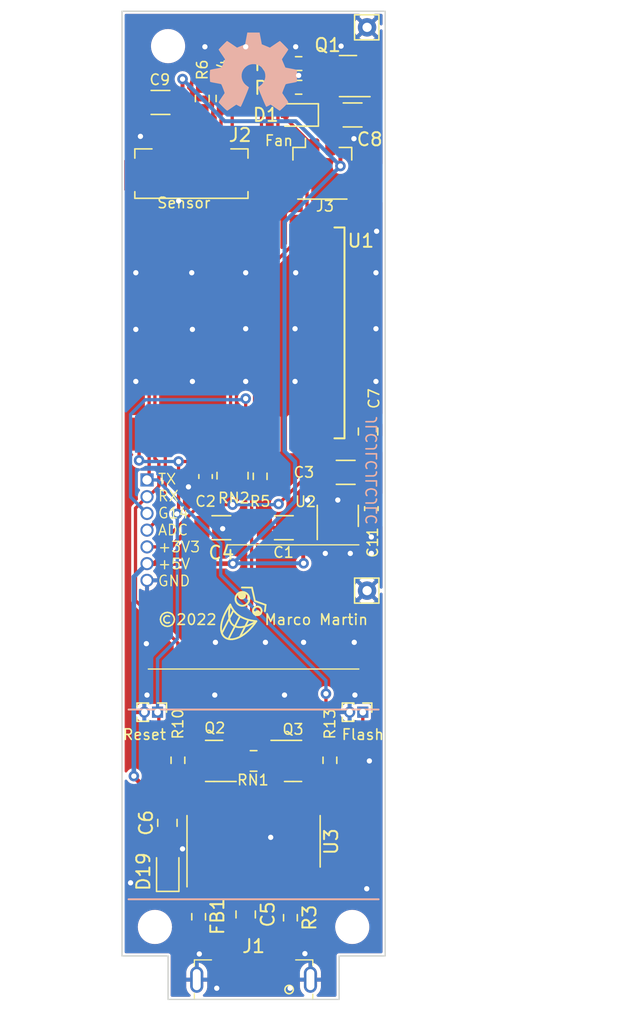
<source format=kicad_pcb>
(kicad_pcb (version 20211014) (generator pcbnew)
  (layers (0 "F.Cu" signal) (31 "B.Cu" signal) (34 "B.Paste" user) (35 "F.Paste" user) (36 "B.SilkS" user "B.Silkscreen") (37 "F.SilkS" user "F.Silkscreen") (38 "B.Mask" user) (39 "F.Mask" user) (44 "Edge.Cuts" user))
  (net 0 "")
  (net 1 "GND")
  (net 2 "+5V")
  (net 3 "GPIO2")
  (net 8 "Net-(J1-PadA5)")
  (net 9 "Net-(D1-Pad2)")
  (net 10 "Net-(Q1-Pad1)")
  (net 11 "GPIO15")
  (net 12 "Net-(RN2-Pad4)")
  (net 13 "GPIO10")
  (net 14 "GPIO9")
  (net 15 "GPIO4")
  (net 16 "GPIO13")
  (net 17 "GPIO12")
  (net 18 "GPIO14")
  (net 19 "GPIO16")
  (net 20 "Net-(C5-Pad1)")
  (net 21 "RX")
  (net 22 "TX")
  (net 23 "Net-(Q2-Pad1)")
  (net 24 "RST")
  (net 25 "Net-(Q2-Pad2)")
  (net 26 "GPIO0")
  (net 27 "Net-(Q3-Pad2)")
  (net 36 "+3V3")
  (net 37 "GPIO5")
  (net 38 "Net-(R10-Pad2)")
  (net 39 "Net-(R13-Pad2)")
  (net 40 "/D_P")
  (net 41 "/D_N")
  (net 42 "Net-(C11-Pad1)")
  (net 43 "Net-(Q3-Pad1)")
  (net 44 "ADC")
  (net 45 "Net-(J2-Pad3)")
  (net 46 "Net-(J2-Pad4)")
  (net 47 "/VBUS")
  (footprint "Package_TO_SOT_SMD:SOT-23-5" (layer "F.Cu") (at 46.4 68.3 90)
    (fp_text reference "U2")
    (fp_text value "SPX3819M5-L-3-3_SOT-23-5")
  )
  (footprint "espriktning:usb-c-vertical-8" (layer "F.Cu") (at 40 103.5)
    (fp_text reference "J1")
    (fp_text value "USB_C_Receptacle_USB2.0")
  )
  (footprint "Resistor_SMD:R_0603_1608Metric" (layer "F.Cu") (at 42.8 98.8 -90)
    (fp_text reference "R3")
    (fp_text value "5.1k")
  )
  (footprint "espriktning:X1502WVS-04-9TSN" (layer "F.Cu") (at 35.275 42.2)
    (fp_text reference "J2")
    (fp_text value "Conn_Sensor")
  )
  (footprint "Resistor_SMD:R_0603_1608Metric" (layer "F.Cu") (at 43.425 35.775 180)
    (fp_text reference "R8")
    (fp_text value "100")
  )
  (footprint "Resistor_SMD:R_0603_1608Metric" (layer "F.Cu") (at 43.425 33.975 180)
    (fp_text reference "R9")
    (fp_text value "12k")
  )
  (footprint "Connector_Molex:Molex_PicoBlade_53398-0271_1x02-1MP_P1.25mm_Vertical" (layer "F.Cu") (at 45.225 41.55)
    (fp_text reference "J3")
    (fp_text value "Conn_Fan")
  )
  (footprint "Resistor_SMD:R_0603_1608Metric" (layer "F.Cu") (at 40.5 65.3 -90)
    (fp_text reference "R5")
    (fp_text value "12k")
  )
  (footprint "Capacitor_SMD:C_1206_3216Metric" (layer "F.Cu") (at 47 65)
    (fp_text reference "C3")
    (fp_text value "10u")
  )
  (footprint "Capacitor_SMD:C_1206_3216Metric" (layer "F.Cu") (at 37.55 69.2)
    (fp_text reference "C4")
    (fp_text value "10u")
  )
  (footprint "Connector_PinHeader_1.00mm:PinHeader_1x02_P1.00mm_Vertical" (layer "F.Cu") (at 32.7 83.2 -90)
    (fp_text reference "SW1" hide)
    (fp_text value "Reset")
  )
  (footprint "Connector_PinHeader_1.00mm:PinHeader_1x02_P1.00mm_Vertical" (layer "F.Cu") (at 48.3 83.2 -90)
    (fp_text reference "SW2" hide)
    (fp_text value "Flash")
  )
  (footprint "MountingHole:MountingHole_2.1mm" (layer "F.Cu") (at 32.5 99.5)
    (fp_text reference "REF**" hide)
    (fp_text value "MountingHole_2.1mm" hide)
  )
  (footprint "MountingHole:MountingHole_2.1mm" (layer "F.Cu") (at 47.5 99.5)
    (fp_text reference "REF**" hide)
    (fp_text value "MountingHole_2.1mm" hide)
  )
  (footprint "Capacitor_SMD:C_0603_1608Metric" (layer "F.Cu") (at 36.35 65.314511 -90)
    (fp_text reference "C2")
    (fp_text value "470p")
  )
  (footprint "Capacitor_SMD:C_0805_2012Metric" (layer "F.Cu") (at 48.7 61.9 -90)
    (fp_text reference "C7")
    (fp_text value "100u")
  )
  (footprint "Capacitor_SMD:C_0805_2012Metric" (layer "F.Cu") (at 39.4 98.55 -90)
    (fp_text reference "C5")
    (fp_text value "100n")
  )
  (footprint "Capacitor_SMD:C_0805_2012Metric" (layer "F.Cu") (at 33.45 91.6 -90)
    (fp_text reference "C6")
    (fp_text value "100n")
  )
  (footprint "Package_TO_SOT_SMD:SOT-23" (layer "F.Cu") (at 37 86.9 180)
    (fp_text reference "Q2")
    (fp_text value "S8050")
  )
  (footprint "Package_TO_SOT_SMD:SOT-23" (layer "F.Cu") (at 43 86.9)
    (fp_text reference "Q3")
    (fp_text value "S8050")
  )
  (footprint "Package_SO:SOIC-16_3.9x9.9mm_P1.27mm" (layer "F.Cu") (at 40 93 90)
    (fp_text reference "U3")
    (fp_text value "CH340C")
  )
  (footprint "Capacitor_SMD:C_1206_3216Metric" (layer "F.Cu") (at 47.525 37.875)
    (fp_text reference "C8")
    (fp_text value "10u")
  )
  (footprint "Capacitor_SMD:C_1206_3216Metric" (layer "F.Cu") (at 32.925 36.925 180)
    (fp_text reference "C9")
    (fp_text value "10u")
  )
  (footprint "Diode_SMD:D_SOD-323" (layer "F.Cu") (at 33.475 95.3 90)
    (fp_text reference "D19")
    (fp_text value "1N4007")
  )
  (footprint "Resistor_SMD:R_0603_1608Metric" (layer "F.Cu") (at 34.25 86.85 -90)
    (fp_text reference "R10")
    (fp_text value "470R")
  )
  (footprint "Resistor_SMD:R_0603_1608Metric" (layer "F.Cu") (at 45.8 86.85 -90)
    (fp_text reference "R13")
    (fp_text value "470R")
  )
  (footprint "Diode_SMD:D_SOD-323" (layer "F.Cu") (at 43.425 37.875 180)
    (fp_text reference "D1")
    (fp_text value "1N4007")
  )
  (footprint "ESP8266:ESP-12E_SMD" (layer "F.Cu") (at 31.2875 61.4 90)
    (fp_text reference "U1")
    (fp_text value "ESP-12F" hide)
  )
  (footprint "Package_TO_SOT_SMD:SOT-23" (layer "F.Cu") (at 47.175 34.925 180)
    (fp_text reference "Q1")
    (fp_text value "2N7002K")
  )
  (footprint "Capacitor_SMD:C_1206_3216Metric" (layer "F.Cu") (at 42.3 69.2 180)
    (fp_text reference "C1")
    (fp_text value "10u")
  )
  (footprint "Capacitor_SMD:C_0603_1608Metric" (layer "F.Cu") (at 48.95 67.75 -90)
    (fp_text reference "C11")
    (fp_text value "470p")
  )
  (footprint "Connector_Pin:Pin_D0.7mm_L6.5mm_W1.8mm_FlatFork" (layer "F.Cu") (at 48.625 73.975)
    (fp_text reference "J6" hide)
    (fp_text value "Conn_01x01_Male" hide)
  )
  (footprint "Resistor_SMD:R_Array_Convex_2x0402" (layer "F.Cu") (at 40 86.9 180)
    (fp_text reference "RN1")
    (fp_text value "10k")
  )
  (footprint "Resistor_SMD:R_Array_Convex_4x0402" (layer "F.Cu") (at 38.4 65.25 -90)
    (fp_text reference "RN2")
    (fp_text value "12k")
  )
  (footprint "Connector_PinSocket_1.27mm:PinSocket_1x07_P1.27mm_Vertical" (layer "F.Cu") (at 31.9 65.575)
    (fp_text reference "J4" hide)
    (fp_text value "Conn_01x08")
  )
  (footprint "MountingHole:MountingHole_2.1mm" (layer "F.Cu") (at 33.5 32.65)
    (fp_text reference "REF**" hide)
    (fp_text value "MountingHole_2.1mm" hide)
  )
  (footprint "Resistor_SMD:R_0603_1608Metric" (layer "F.Cu") (at 36.1 36.625 90)
    (fp_text reference "R6")
    (fp_text value "470R")
  )
  (footprint "Connector_Pin:Pin_D0.7mm_L6.5mm_W1.8mm_FlatFork" (layer "F.Cu") (at 48.625 31.225)
    (fp_text reference "J7" hide)
    (fp_text value "Conn_01x01_Male" hide)
  )
  (footprint "Resistor_SMD:R_0603_1608Metric" (layer "F.Cu") (at 37.675 36.625 90)
    (fp_text reference "R4")
    (fp_text value "470R")
  )
  (footprint "Resistor_SMD:R_0603_1608Metric" (layer "F.Cu") (at 35.825 98.725 90)
    (fp_text reference "FB1")
    (fp_text value "60R")
  )
  (footprint "Symbol:OSHW-Symbol_6.7x6mm_SilkScreen" (layer "B.Cu") (at 40 34.6 180)
    (fp_text reference "REF**" hide)
    (fp_text value "OSHW-Symbol_6.7x6mm_SilkScreen" hide)
  )
  (gr_line (start 30.5 83) (end 49.5 83) (layer "B.SilkS") (width 0.15))
  (gr_line (start 30.5 97.4) (end 49.5 97.4) (layer "B.SilkS") (width 0.15))
  (gr_line (start 40.476316 75.772272) (end 40.463574 75.781333) (layer "F.SilkS") (width 0.135466))
  (gr_line (start 39.59482 74.330458) (end 39.607383 74.352306) (layer "F.SilkS") (width 0.135466))
  (gr_line (start 39.701951 76.213546) (end 39.865823 76.247273) (layer "F.SilkS") (width 0.135466))
  (gr_line (start 39.67035 74.600984) (end 39.67035 74.600984) (layer "F.SilkS") (width 0.135466))
  (gr_line (start 40.113339 75.789786) (end 40.100153 75.781333) (layer "F.SilkS") (width 0.135466))
  (gr_line (start 40.248634 75.188516) (end 40.265139 75.187261) (layer "F.SilkS") (width 0.135466))
  (gr_line (start 38.161545 76.090112) (end 38.1441 75.97623) (layer "F.SilkS") (width 0.135466))
  (gr_line (start 39.14864 74.079274) (end 39.175487 74.079953) (layer "F.SilkS") (width 0.135466))
  (gr_line (start 38.70246 74.871509) (end 38.689898 74.849662) (layer "F.SilkS") (width 0.135466))
  (gr_line (start 40.185218 75.20145) (end 40.200641 75.19707) (layer "F.SilkS") (width 0.135466))
  (gr_line (start 40.265139 75.187261) (end 40.281863 75.186839) (layer "F.SilkS") (width 0.135466))
  (gr_line (start 39.499426 74.987163) (end 39.480496 75.00356) (layer "F.SilkS") (width 0.135466))
  (gr_line (start 40.488593 75.762624) (end 40.476316 75.772272) (layer "F.SilkS") (width 0.135466))
  (gr_line (start 38.186531 76.194061) (end 38.161545 76.090112) (layer "F.SilkS") (width 0.135466))
  (gr_line (start 38.678376 74.374801) (end 38.689898 74.352306) (layer "F.SilkS") (width 0.135466))
  (gr_line (start 39.175487 74.079953) (end 39.201982 74.081967) (layer "F.SilkS") (width 0.135466))
  (gr_line (start 40.281863 75.836838) (end 40.265139 75.836415) (layer "F.SilkS") (width 0.135466))
  (gr_line (start 39.018257 74.095699) (end 39.043497 74.089873) (layer "F.SilkS") (width 0.135466))
  (gr_line (start 38.864394 75.852601) (end 38.924342 75.893835) (layer "F.SilkS") (width 0.135466))
  (gr_line (start 39.551217 74.93284) (end 39.534819 74.95177) (layer "F.SilkS") (width 0.135466))
  (gr_line (start 40.581323 75.638343) (end 40.574814 75.652739) (layer "F.SilkS") (width 0.135466))
  (gr_line (start 38.329718 75.248777) (end 38.368635 75.315646) (layer "F.SilkS") (width 0.135466))
  (gr_line (start 39.659751 74.495841) (end 39.664339 74.521532) (layer "F.SilkS") (width 0.135466))
  (gr_line (start 39.279024 75.106269) (end 39.253783 75.112094) (layer "F.SilkS") (width 0.135466))
  (gr_line (start 40.522434 75.73036) (end 40.511673 75.741647) (layer "F.SilkS") (width 0.135466))
  (gr_line (start 38.856947 75.033594) (end 38.836493 75.019048) (layer "F.SilkS") (width 0.135466))
  (gr_line (start 39.095298 74.081967) (end 39.121793 74.079953) (layer "F.SilkS") (width 0.135466))
  (gr_line (start 40.511673 75.282029) (end 40.522434 75.293316) (layer "F.SilkS") (width 0.135466))
  (gr_line (start 38.667929 74.804057) (end 38.658587 74.780365) (layer "F.SilkS") (width 0.135466))
  (gr_line (start 39.638693 74.780365) (end 39.629352 74.804057) (layer "F.SilkS") (width 0.135466))
  (gr_line (start 39.043497 74.089873) (end 39.069189 74.085285) (layer "F.SilkS") (width 0.135466))
  (gr_line (start 39.544843 76.1727) (end 39.701951 76.213546) (layer "F.SilkS") (width 0.135466))
  (gr_line (start 40.393609 75.817117) (end 40.378508 75.822226) (layer "F.SilkS") (width 0.135466))
  (gr_line (start 39.440333 74.168374) (end 39.460788 74.182919) (layer "F.SilkS") (width 0.135466))
  (gr_line (start 38.856947 74.168374) (end 38.878115 74.154804) (layer "F.SilkS") (width 0.135466))
  (gr_line (start 39.669671 74.627831) (end 39.667657 74.654325) (layer "F.SilkS") (width 0.135466))
  (gr_line (start 39.419166 74.154804) (end 39.440333 74.168374) (layer "F.SilkS") (width 0.135466))
  (gr_line (start 39.251332 76.068611) (end 39.322089 76.097513) (layer "F.SilkS") (width 0.135466))
  (gr_line (start 39.960609 75.462344) (end 39.963467 75.446339) (layer "F.SilkS") (width 0.135466))
  (gr_line (start 40.488593 75.261053) (end 40.500386 75.271267) (layer "F.SilkS") (width 0.135466))
  (gr_line (start 39.646895 74.756124) (end 39.638693 74.780365) (layer "F.SilkS") (width 0.135466))
  (gr_line (start 37.537428 77.015441) (end 37.523776 76.872533) (layer "F.SilkS") (width 0.135466))
  (gr_line (start 40.605185 75.545067) (end 40.603118 75.561332) (layer "F.SilkS") (width 0.135466))
  (gr_line (start 39.960609 75.561332) (end 39.958542 75.545067) (layer "F.SilkS") (width 0.135466))
  (gr_line (start 39.175487 75.122015) (end 39.14864 75.122693) (layer "F.SilkS") (width 0.135466))
  (gr_line (start 40.02143 75.70629) (end 40.012369 75.693548) (layer "F.SilkS") (width 0.135466))
  (gr_line (start 39.956864 75.511838) (end 39.956864 75.511838) (layer "F.SilkS") (width 0.135466))
  (gr_line (start 39.253783 75.112094) (end 39.228091 75.116682) (layer "F.SilkS") (width 0.135466))
  (gr_line (start 39.988912 75.370937) (end 39.996089 75.356924) (layer "F.SilkS") (width 0.135466))
  (gr_line (start 40.596631 75.59306) (end 40.592252 75.608483) (layer "F.SilkS") (width 0.135466))
  (gr_line (start 40.298588 75.836415) (end 40.281863 75.836838) (layer "F.SilkS") (width 0.135466))
  (gr_line (start 40.606863 75.511838) (end 40.606863 75.511838) (layer "F.SilkS") (width 0.135466))
  (gr_line (start 39.14864 74.079274) (end 39.14864 74.079274) (layer "F.SilkS") (width 0.135466))
  (gr_line (start 39.328022 75.091036) (end 39.303781 75.099238) (layer "F.SilkS") (width 0.135466))
  (gr_line (start 38.658587 74.421602) (end 38.667929 74.397911) (layer "F.SilkS") (width 0.135466))
  (gr_line (start 40.126949 75.797612) (end 40.113339 75.789786) (layer "F.SilkS") (width 0.135466))
  (gr_line (start 39.201982 75.12) (end 39.175487 75.122015) (layer "F.SilkS") (width 0.135466))
  (gr_line (start 40.216364 75.830235) (end 40.200641 75.826606) (layer "F.SilkS") (width 0.135466))
  (gr_line (start 39.669671 74.574137) (end 39.67035 74.600984) (layer "F.SilkS") (width 0.135466))
  (gr_line (start 39.182345 76.037734) (end 39.251332 76.068611) (layer "F.SilkS") (width 0.135466))
  (gr_line (start 38.678376 74.827166) (end 38.667929 74.804057) (layer "F.SilkS") (width 0.135466))
  (gr_line (start 37.713468 75.967922) (end 37.808853 75.750939) (layer "F.SilkS") (width 0.135466))
  (gr_line (start 38.629624 74.547642) (end 38.632941 74.521532) (layer "F.SilkS") (width 0.135466))
  (gr_line (start 39.963467 75.446339) (end 39.967096 75.430615) (layer "F.SilkS") (width 0.135466))
  (gr_line (start 37.910219 77.583335) (end 37.817641 77.524552) (layer "F.SilkS") (width 0.135466))
  (gr_line (start 38.899962 75.059726) (end 38.878115 75.047164) (layer "F.SilkS") (width 0.135466))
  (gr_line (start 39.517545 74.969888) (end 39.499426 74.987163) (layer "F.SilkS") (width 0.135466))
  (gr_line (start 38.948723 77.490244) (end 38.797756 77.559256) (layer "F.SilkS") (width 0.135466))
  (gr_line (start 40.436777 75.797612) (end 40.422764 75.804789) (layer "F.SilkS") (width 0.135466))
  (gr_line (start 39.499426 74.214805) (end 39.517545 74.232079) (layer "F.SilkS") (width 0.135466))
  (gr_line (start 38.224957 75.032891) (end 38.257866 75.107432) (layer "F.SilkS") (width 0.135466))
  (gr_line (start 39.049728 75.969927) (end 39.115139 76.00485) (layer "F.SilkS") (width 0.135466))
  (gr_line (start 39.121793 75.122015) (end 39.095298 75.12) (layer "F.SilkS") (width 0.135466))
  (gr_line (start 40.126949 75.226064) (end 40.140962 75.218887) (layer "F.SilkS") (width 0.135466))
  (gr_line (start 39.967096 75.59306) (end 39.963467 75.577337) (layer "F.SilkS") (width 0.135466))
  (gr_line (start 39.397318 74.142241) (end 39.419166 74.154804) (layer "F.SilkS") (width 0.135466))
  (gr_line (start 40.463574 75.781333) (end 40.450387 75.789786) (layer "F.SilkS") (width 0.135466))
  (gr_line (start 48 70.5) (end 38 70.5) (layer "F.SilkS") (width 0.1))
  (gr_line (start 38.452388 75.44194) (end 38.497197 75.501429) (layer "F.SilkS") (width 0.135466))
  (gr_line (start 40.100153 75.781333) (end 40.087411 75.772272) (layer "F.SilkS") (width 0.135466))
  (gr_line (start 39.579573 77.039099) (end 39.419486 77.178708) (layer "F.SilkS") (width 0.135466))
  (gr_line (start 39.988912 75.652739) (end 39.982404 75.638343) (layer "F.SilkS") (width 0.135466))
  (gr_line (start 39.442671 76.666035) (end 39.340389 76.695488) (layer "F.SilkS") (width 0.135466))
  (gr_line (start 38.730575 74.288836) (end 38.746063 74.269128) (layer "F.SilkS") (width 0.135466))
  (gr_line (start 38.797756 77.559256) (end 38.65116 77.611317) (layer "F.SilkS") (width 0.135466))
  (gr_line (start 38.464431 75.481904) (end 37.600615 77.175323) (layer "F.SilkS") (width 0.135466))
  (gr_line (start 40.036355 76.274139) (end 40.213442 76.294403) (layer "F.SilkS") (width 0.135466))
  (gr_line (start 40.075133 75.762624) (end 40.063341 75.752409) (layer "F.SilkS") (width 0.135466))
  (gr_line (start 39.996089 75.356924) (end 40.003915 75.343314) (layer "F.SilkS") (width 0.135466))
  (gr_line (start 38.224957 75.032891) (end 38.224957 75.032891) (layer "F.SilkS") (width 0.135466))
  (gr_line (start 37.523776 76.872533) (end 37.526205 76.716582) (layer "F.SilkS") (width 0.135466))
  (gr_line (start 39.303781 75.099238) (end 39.279024 75.106269) (layer "F.SilkS") (width 0.135466))
  (gr_line (start 40.031078 75.305108) (end 40.041293 75.293316) (layer "F.SilkS") (width 0.135466))
  (gr_line (start 39.480496 74.198407) (end 39.499426 74.214805) (layer "F.SilkS") (width 0.135466))
  (gr_line (start 37.808853 75.750939) (end 37.925338 75.522587) (layer "F.SilkS") (width 0.135466))
  (gr_line (start 40.592252 75.608483) (end 40.587142 75.623584) (layer "F.SilkS") (width 0.135466))
  (gr_line (start 39.228091 74.085285) (end 39.253783 74.089873) (layer "F.SilkS") (width 0.135466))
  (gr_line (start 40.587142 75.623584) (end 40.581323 75.638343) (layer "F.SilkS") (width 0.135466))
  (gr_line (start 40.281863 75.186839) (end 40.298588 75.187261) (layer "F.SilkS") (width 0.135466))
  (gr_line (start 39.607383 74.849662) (end 39.59482 74.871509) (layer "F.SilkS") (width 0.135466))
  (gr_line (start 40.542297 75.317386) (end 40.551358 75.330128) (layer "F.SilkS") (width 0.135466))
  (gr_line (start 40.02143 75.317386) (end 40.031078 75.305108) (layer "F.SilkS") (width 0.135466))
  (gr_line (start 40.113339 75.23389) (end 40.126949 75.226064) (layer "F.SilkS") (width 0.135466))
  (gr_line (start 40.450387 75.789786) (end 40.436777 75.797612) (layer "F.SilkS") (width 0.135466))
  (gr_line (start 40.185218 75.822226) (end 40.170117 75.817117) (layer "F.SilkS") (width 0.135466))
  (gr_line (start 38.762461 74.250198) (end 38.779735 74.232079) (layer "F.SilkS") (width 0.135466))
  (gr_line (start 40.347362 75.193441) (end 40.363086 75.19707) (layer "F.SilkS") (width 0.135466))
  (gr_line (start 38.779735 74.969888) (end 38.762461 74.95177) (layer "F.SilkS") (width 0.135466))
  (gr_line (start 40.532649 75.305108) (end 40.542297 75.317386) (layer "F.SilkS") (width 0.135466))
  (gr_line (start 38.245963 77.668583) (end 38.125216 77.65563) (layer "F.SilkS") (width 0.135466))
  (gr_line (start 39.899476 76.704561) (end 39.739848 76.881143) (layer "F.SilkS") (width 0.135466))
  (gr_line (start 40.596631 75.430615) (end 40.60026 75.446339) (layer "F.SilkS") (width 0.135466))
  (gr_line (start 38.368635 75.315646) (end 38.409529 75.380023) (layer "F.SilkS") (width 0.135466))
  (gr_line (start 39.566705 74.913131) (end 39.551217 74.93284) (layer "F.SilkS") (width 0.135466))
  (gr_line (start 40.914757 75.058549) (end 40.914757 75.058549) (layer "F.SilkS") (width 0.135466))
  (gr_line (start 40.155359 75.212379) (end 40.170117 75.206559) (layer "F.SilkS") (width 0.135466))
  (gr_line (start 40.102258 74.763483) (end 40.102258 74.763483) (layer "F.SilkS") (width 0.135466))
  (gr_line (start 39.956864 75.511838) (end 39.956864 75.511838) (layer "F.SilkS") (width 0.135466))
  (gr_line (start 40.574814 75.370937) (end 40.581323 75.385333) (layer "F.SilkS") (width 0.135466))
  (gr_line (start 40.542297 75.70629) (end 40.532649 75.718568) (layer "F.SilkS") (width 0.135466))
  (gr_line (start 38.65116 77.611317) (end 38.509771 77.646706) (layer "F.SilkS") (width 0.135466))
  (gr_line (start 40.522434 75.293316) (end 40.532649 75.305108) (layer "F.SilkS") (width 0.135466))
  (gr_line (start 38.29279 75.179383) (end 38.329718 75.248777) (layer "F.SilkS") (width 0.135466))
  (gr_line (start 40.463574 75.242343) (end 40.476316 75.251404) (layer "F.SilkS") (width 0.135466))
  (gr_line (start 39.460788 74.182919) (end 39.480496 74.198407) (layer "F.SilkS") (width 0.135466))
  (gr_line (start 40.408368 75.212379) (end 40.422764 75.218887) (layer "F.SilkS") (width 0.135466))
  (gr_line (start 39.480496 75.00356) (end 39.460788 75.019048) (layer "F.SilkS") (width 0.135466))
  (gr_line (start 39.607383 74.352306) (end 39.618904 74.374801) (layer "F.SilkS") (width 0.135466))
  (gr_line (start 38.730575 74.913131) (end 38.71603 74.892677) (layer "F.SilkS") (width 0.135466))
  (gr_line (start 39.618904 74.827166) (end 39.607383 74.849662) (layer "F.SilkS") (width 0.135466))
  (gr_line (start 38.816784 74.198407) (end 38.836493 74.182919) (layer "F.SilkS") (width 0.135466))
  (gr_line (start 38.878115 74.154804) (end 38.899962 74.142241) (layer "F.SilkS") (width 0.135466))
  (gr_line (start 40.012369 75.330128) (end 40.02143 75.317386) (layer "F.SilkS") (width 0.135466))
  (gr_line (start 40.60026 75.446339) (end 40.603118 75.462344) (layer "F.SilkS") (width 0.135466))
  (gr_line (start 40.281863 75.836838) (end 40.281863 75.836838) (layer "F.SilkS") (width 0.135466))
  (gr_line (start 38.544626 76.663055) (end 38.47617 76.622147) (layer "F.SilkS") (width 0.135466))
  (gr_line (start 39.982404 75.638343) (end 39.976585 75.623584) (layer "F.SilkS") (width 0.135466))
  (gr_line (start 38.70246 74.330458) (end 38.71603 74.309291) (layer "F.SilkS") (width 0.135466))
  (gr_line (start 39.303781 74.102729) (end 39.328022 74.110931) (layer "F.SilkS") (width 0.135466))
  (gr_line (start 38.953444 76.751049) (end 38.863917 76.748218) (layer "F.SilkS") (width 0.135466))
  (gr_line (start 39.351713 75.081695) (end 39.328022 75.091036) (layer "F.SilkS") (width 0.135466))
  (gr_poly (pts (xy 39.353903 74.335852) (xy 39.353592 74.348176) (xy 39.352667 74.360337) (xy 39.351144 74.372322) (xy 39.349038 74.384115) (xy 39.346364 74.3957) (xy 39.343137 74.407064) (xy 39.339372 74.418191) (xy 39.335084 74.429066) (xy 39.330289 74.439674) (xy 39.325 74.45) (xy 39.319234 74.460028) (xy 39.313005 74.469744) (xy 39.306328 74.479133) (xy 39.299219 74.48818) (xy 39.291692 74.496869) (xy 39.283763 74.505186) (xy 39.275446 74.513115) (xy 39.266757 74.520642) (xy 39.257711 74.527751) (xy 39.248322 74.534427) (xy 39.238606 74.540656) (xy 39.228577 74.546423) (xy 39.218251 74.551711) (xy 39.207644 74.556507) (xy 39.196769 74.560795) (xy 39.185642 74.56456) (xy 39.174278 74.567787) (xy 39.162692 74.570461) (xy 39.150899 74.572567) (xy 39.138915 74.574089) (xy 39.126753 74.575014) (xy 39.11443 74.575326) (xy 39.102107 74.575014) (xy 39.089945 74.574089) (xy 39.07796 74.572567) (xy 39.066168 74.570461) (xy 39.054582 74.567787) (xy 39.043218 74.56456) (xy 39.032091 74.560795) (xy 39.021216 74.556507) (xy 39.010608 74.551711) (xy 39.000283 74.546423) (xy 38.990254 74.540656) (xy 38.980538 74.534427) (xy 38.971149 74.527751) (xy 38.962103 74.520642) (xy 38.953413 74.513115) (xy 38.945097 74.505186) (xy 38.937167 74.496869) (xy 38.929641 74.48818) (xy 38.922532 74.479133) (xy 38.915855 74.469744) (xy 38.909626 74.460028) (xy 38.90386 74.45) (xy 38.898571 74.439674) (xy 38.893776 74.429066) (xy 38.889488 74.418191) (xy 38.885723 74.407064) (xy 38.882496 74.3957) (xy 38.879822 74.384115) (xy 38.877716 74.372322) (xy 38.876193 74.360337) (xy 38.875268 74.348176) (xy 38.874957 74.335852) (xy 38.875268 74.323529) (xy 38.876193 74.311368) (xy 38.877716 74.299383) (xy 38.879822 74.28759) (xy 38.882496 74.276004) (xy 38.885723 74.26464) (xy 38.889488 74.253513) (xy 38.893776 74.242639) (xy 38.898571 74.232031) (xy 38.90386 74.221705) (xy 38.909626 74.211677) (xy 38.915855 74.201961) (xy 38.922532 74.192572) (xy 38.929641 74.183525) (xy 38.937167 74.174836) (xy 38.945097 74.166519) (xy 38.953413 74.15859) (xy 38.962103 74.151063) (xy 38.971149 74.143954) (xy 38.980538 74.137277) (xy 38.990254 74.131048) (xy 39.000283 74.125282) (xy 39.010608 74.119994) (xy 39.021216 74.115198) (xy 39.032091 74.11091) (xy 39.043218 74.107145) (xy 39.054582 74.103918) (xy 39.066168 74.101244) (xy 39.07796 74.099138) (xy 39.089945 74.097615) (xy 39.102107 74.096691) (xy 39.11443 74.096379) (xy 39.126753 74.096691) (xy 39.138915 74.097615) (xy 39.150899 74.099138) (xy 39.162692 74.101244) (xy 39.174278 74.103918) (xy 39.185642 74.107145) (xy 39.196769 74.11091) (xy 39.207644 74.115198) (xy 39.218251 74.119994) (xy 39.228577 74.125282) (xy 39.238606 74.131048) (xy 39.248322 74.137277) (xy 39.257711 74.143954) (xy 39.266757 74.151063) (xy 39.275446 74.15859) (xy 39.283763 74.166519) (xy 39.291692 74.174836) (xy 39.299219 74.183525) (xy 39.306328 74.192572) (xy 39.313005 74.201961) (xy 39.319234 74.211677) (xy 39.325 74.221705) (xy 39.330289 74.232031) (xy 39.335084 74.242639) (xy 39.339372 74.253513) (xy 39.343137 74.26464) (xy 39.346364 74.276004) (xy 39.349038 74.28759) (xy 39.351144 74.299383) (xy 39.352667 74.311368) (xy 39.353592 74.323529) (xy 39.353903 74.335852)) (layer "F.SilkS") (width 0.135466) (fill solid))
  (gr_line (start 40.559812 75.680362) (end 40.551358 75.693548) (layer "F.SilkS") (width 0.135466))
  (gr_line (start 39.996089 75.666752) (end 39.988912 75.652739) (layer "F.SilkS") (width 0.135466))
  (gr_line (start 39.971475 75.608483) (end 39.967096 75.59306) (layer "F.SilkS") (width 0.135466))
  (gr_line (start 38.658587 74.780365) (end 38.650385 74.756124) (layer "F.SilkS") (width 0.135466))
  (gr_line (start 40.363086 75.826606) (end 40.347362 75.830235) (layer "F.SilkS") (width 0.135466))
  (gr_line (start 39.958542 75.478609) (end 39.960609 75.462344) (layer "F.SilkS") (width 0.135466))
  (gr_line (start 40.603118 75.561332) (end 40.60026 75.577337) (layer "F.SilkS") (width 0.135466))
  (gr_line (start 40.574814 75.652739) (end 40.567637 75.666752) (layer "F.SilkS") (width 0.135466))
  (gr_line (start 39.440333 75.033594) (end 39.419166 75.047164) (layer "F.SilkS") (width 0.135466))
  (gr_line (start 40.603118 75.462344) (end 40.605185 75.478609) (layer "F.SilkS") (width 0.135466))
  (gr_line (start 39.228091 75.116682) (end 39.201982 75.12) (layer "F.SilkS") (width 0.135466))
  (gr_line (start 40.003915 75.343314) (end 40.012369 75.330128) (layer "F.SilkS") (width 0.135466))
  (gr_line (start 38.945567 74.120272) (end 38.969259 74.110931) (layer "F.SilkS") (width 0.135466))
  (gr_line (start 38.156375 75.416742) (end 38.181622 75.249721) (layer "F.SilkS") (width 0.135466))
  (gr_line (start 40.551358 75.330128) (end 40.559812 75.343314) (layer "F.SilkS") (width 0.135466))
  (gr_line (start 40.567637 75.356924) (end 40.574814 75.370937) (layer "F.SilkS") (width 0.135466))
  (gr_line (start 39.517545 74.232079) (end 39.534819 74.250198) (layer "F.SilkS") (width 0.135466))
  (gr_line (start 40.60026 75.577337) (end 40.596631 75.59306) (layer "F.SilkS") (width 0.135466))
  (gr_line (start 39.629352 74.804057) (end 39.618904 74.827166) (layer "F.SilkS") (width 0.135466))
  (gr_line (start 39.340389 76.695488) (end 39.239992 76.718948) (layer "F.SilkS") (width 0.135466))
  (gr_line (start 38.412926 76.572927) (end 38.355227 76.515166) (layer "F.SilkS") (width 0.135466))
  (gr_line (start 39.566705 74.288836) (end 39.58125 74.309291) (layer "F.SilkS") (width 0.135466))
  (gr_line (start 40.140962 75.218887) (end 40.155359 75.212379) (layer "F.SilkS") (width 0.135466))
  (gr_line (start 38.643355 74.731367) (end 38.637529 74.706126) (layer "F.SilkS") (width 0.135466))
  (gr_line (start 39.260424 77.300249) (end 39.103225 77.404001) (layer "F.SilkS") (width 0.135466))
  (gr_line (start 40.532649 75.718568) (end 40.522434 75.73036) (layer "F.SilkS") (width 0.135466))
  (gr_line (start 39.653925 74.731367) (end 39.646895 74.756124) (layer "F.SilkS") (width 0.135466))
  (gr_line (start 40.170117 75.817117) (end 40.155359 75.811297) (layer "F.SilkS") (width 0.135466))
  (gr_line (start 37.545552 76.547867) (end 37.582654 76.366665) (layer "F.SilkS") (width 0.135466))
  (gr_line (start 40.450387 75.23389) (end 40.463574 75.242343) (layer "F.SilkS") (width 0.135466))
  (gr_line (start 40.057619 76.509074) (end 39.899476 76.704561) (layer "F.SilkS") (width 0.135466))
  (gr_line (start 40.281863 75.186839) (end 40.281863 75.186839) (layer "F.SilkS") (width 0.135466))
  (gr_line (start 38.779735 74.232079) (end 38.797854 74.214805) (layer "F.SilkS") (width 0.135466))
  (gr_line (start 38.627609 74.574137) (end 38.629624 74.547642) (layer "F.SilkS") (width 0.135466))
  (gr_line (start 38.1441 75.97623) (end 38.134527 75.852184) (layer "F.SilkS") (width 0.135466))
  (gr_line (start 48 79.925) (end 32 79.925) (layer "F.SilkS") (width 0.1))
  (gr_line (start 39.534819 74.250198) (end 39.551217 74.269128) (layer "F.SilkS") (width 0.135466))
  (gr_line (start 38.969259 74.110931) (end 38.9935 74.102729) (layer "F.SilkS") (width 0.135466))
  (gr_line (start 39.60193 76.208877) (end 38.969035 77.474666) (layer "F.SilkS") (width 0.135466))
  (gr_line (start 39.865823 76.247273) (end 40.036355 76.274139) (layer "F.SilkS") (width 0.135466))
  (gr_poly (pts (xy 40.153995 75.677002) (xy 40.154189 75.669325) (xy 40.154765 75.661749) (xy 40.155714 75.654283) (xy 40.157025 75.646937) (xy 40.158691 75.639719) (xy 40.160701 75.63264) (xy 40.163047 75.625709) (xy 40.165718 75.618934) (xy 40.168705 75.612326) (xy 40.172 75.605894) (xy 40.175592 75.599647) (xy 40.179472 75.593594) (xy 40.183631 75.587745) (xy 40.18806 75.58211) (xy 40.192749 75.576697) (xy 40.197688 75.571516) (xy 40.202869 75.566576) (xy 40.208282 75.561887) (xy 40.213918 75.557459) (xy 40.219767 75.5533) (xy 40.225819 75.549419) (xy 40.232066 75.545827) (xy 40.238499 75.542533) (xy 40.245107 75.539545) (xy 40.251881 75.536874) (xy 40.258813 75.534529) (xy 40.265892 75.532518) (xy 40.273109 75.530853) (xy 40.280456 75.529541) (xy 40.287922 75.528592) (xy 40.295498 75.528016) (xy 40.303174 75.527822) (xy 40.310851 75.528016) (xy 40.318427 75.528592) (xy 40.325893 75.529541) (xy 40.333239 75.530853) (xy 40.340457 75.532518) (xy 40.347536 75.534529) (xy 40.354468 75.536874) (xy 40.361242 75.539545) (xy 40.36785 75.542533) (xy 40.374283 75.545827) (xy 40.38053 75.549419) (xy 40.386582 75.5533) (xy 40.392431 75.557459) (xy 40.398067 75.561887) (xy 40.40348 75.566576) (xy 40.408661 75.571516) (xy 40.4136 75.576697) (xy 40.418289 75.58211) (xy 40.422718 75.587745) (xy 40.426877 75.593594) (xy 40.430757 75.599647) (xy 40.434349 75.605894) (xy 40.437644 75.612326) (xy 40.440631 75.618934) (xy 40.443302 75.625709) (xy 40.445648 75.63264) (xy 40.447658 75.639719) (xy 40.449324 75.646937) (xy 40.450636 75.654283) (xy 40.451584 75.661749) (xy 40.45216 75.669325) (xy 40.452355 75.677002) (xy 40.45216 75.684679) (xy 40.451584 75.692255) (xy 40.450636 75.69972) (xy 40.449324 75.707067) (xy 40.447658 75.714284) (xy 40.445648 75.721363) (xy 40.443302 75.728295) (xy 40.440631 75.735069) (xy 40.437644 75.741678) (xy 40.434349 75.74811) (xy 40.430757 75.754357) (xy 40.426877 75.76041) (xy 40.422718 75.766259) (xy 40.418289 75.771894) (xy 40.4136 75.777307) (xy 40.408661 75.782488) (xy 40.40348 75.787428) (xy 40.398067 75.792116) (xy 40.392431 75.796545) (xy 40.386582 75.800704) (xy 40.38053 75.804585) (xy 40.374283 75.808177) (xy 40.36785 75.811471) (xy 40.361242 75.814459) (xy 40.354468 75.81713) (xy 40.347536 75.819475) (xy 40.340457 75.821485) (xy 40.333239 75.823151) (xy 40.325893 75.824463) (xy 40.318427 75.825412) (xy 40.310851 75.825988) (xy 40.303174 75.826182) (xy 40.295498 75.825988) (xy 40.287922 75.825412) (xy 40.280456 75.824463) (xy 40.273109 75.823151) (xy 40.265892 75.821485) (xy 40.258813 75.819475) (xy 40.251881 75.81713) (xy 40.245107 75.814459) (xy 40.238499 75.811471) (xy 40.232066 75.808177) (xy 40.225819 75.804585) (xy 40.219767 75.800704) (xy 40.213918 75.796545) (xy 40.208282 75.792116) (xy 40.202869 75.787428) (xy 40.197688 75.782488) (xy 40.192749 75.777307) (xy 40.18806 75.771894) (xy 40.183631 75.766259) (xy 40.179472 75.76041) (xy 40.175592 75.754357) (xy 40.172 75.74811) (xy 40.168705 75.741678) (xy 40.165718 75.735069) (xy 40.163047 75.728295) (xy 40.160701 75.721363) (xy 40.158691 75.714284) (xy 40.157025 75.707067) (xy 40.155714 75.69972) (xy 40.154765 75.692255) (xy 40.154189 75.684679) (xy 40.153995 75.677002)) (layer "F.SilkS") (width 0.135466) (fill solid))
  (gr_line (start 39.534819 74.95177) (end 39.517545 74.969888) (layer "F.SilkS") (width 0.135466))
  (gr_line (start 38.617961 76.695885) (end 38.544626 76.663055) (layer "F.SilkS") (width 0.135466))
  (gr_line (start 38.689898 74.352306) (end 38.70246 74.330458) (layer "F.SilkS") (width 0.135466))
  (gr_line (start 38.689898 74.849662) (end 38.678376 74.827166) (layer "F.SilkS") (width 0.135466))
  (gr_line (start 38.969259 75.091036) (end 38.945567 75.081695) (layer "F.SilkS") (width 0.135466))
  (gr_line (start 40.393609 75.206559) (end 40.408368 75.212379) (layer "F.SilkS") (width 0.135466))
  (gr_line (start 38.836493 74.182919) (end 38.856947 74.168374) (layer "F.SilkS") (width 0.135466))
  (gr_line (start 39.141814 76.736183) (end 39.046187 76.74696) (layer "F.SilkS") (width 0.135466))
  (gr_line (start 40.347362 75.830235) (end 40.331357 75.833093) (layer "F.SilkS") (width 0.135466))
  (gr_line (start 39.103225 77.404001) (end 38.948723 77.490244) (layer "F.SilkS") (width 0.135466))
  (gr_line (start 38.945567 75.081695) (end 38.922457 75.071247) (layer "F.SilkS") (width 0.135466))
  (gr_line (start 40.232369 75.190583) (end 40.248634 75.188516) (layer "F.SilkS") (width 0.135466))
  (gr_line (start 39.069189 74.085285) (end 39.095298 74.081967) (layer "F.SilkS") (width 0.135466))
  (gr_line (start 39.201982 74.081967) (end 39.228091 74.085285) (layer "F.SilkS") (width 0.135466))
  (gr_line (start 40.052054 75.282029) (end 40.063341 75.271267) (layer "F.SilkS") (width 0.135466))
  (gr_line (start 38.355227 76.515166) (end 38.303406 76.44863) (layer "F.SilkS") (width 0.135466))
  (gr_line (start 38.632941 74.680435) (end 38.629624 74.654325) (layer "F.SilkS") (width 0.135466))
  (gr_line (start 38.9935 74.102729) (end 39.018257 74.095699) (layer "F.SilkS") (width 0.135466))
  (gr_line (start 39.653925 74.4706) (end 39.659751 74.495841) (layer "F.SilkS") (width 0.135466))
  (gr_line (start 40.592252 75.415193) (end 40.596631 75.430615) (layer "F.SilkS") (width 0.135466))
  (gr_line (start 40.170117 75.206559) (end 40.185218 75.20145) (layer "F.SilkS") (width 0.135466))
  (gr_line (start 40.476316 75.251404) (end 40.488593 75.261053) (layer "F.SilkS") (width 0.135466))
  (gr_line (start 40.331357 75.190583) (end 40.347362 75.193441) (layer "F.SilkS") (width 0.135466))
  (gr_line (start 40.500386 75.752409) (end 40.488593 75.762624) (layer "F.SilkS") (width 0.135466))
  (gr_line (start 38.878115 75.047164) (end 38.856947 75.033594) (layer "F.SilkS") (width 0.135466))
  (gr_line (start 38.133161 75.717742) (end 38.140333 75.572672) (layer "F.SilkS") (width 0.135466))
  (gr_line (start 39.419166 75.047164) (end 39.397318 75.059726) (layer "F.SilkS") (width 0.135466))
  (gr_line (start 38.592616 75.613255) (end 38.6432 75.665655) (layer "F.SilkS") (width 0.135466))
  (gr_line (start 38.650385 74.756124) (end 38.643355 74.731367) (layer "F.SilkS") (width 0.135466))
  (gr_line (start 40.155359 75.811297) (end 40.140962 75.804789) (layer "F.SilkS") (width 0.135466))
  (gr_line (start 39.976585 75.400092) (end 39.982404 75.385333) (layer "F.SilkS") (width 0.135466))
  (gr_line (start 37.925338 75.522587) (end 38.063761 75.283144) (layer "F.SilkS") (width 0.135466))
  (gr_line (start 40.063341 75.271267) (end 40.075133 75.261053) (layer "F.SilkS") (width 0.135466))
  (gr_line (start 38.836493 75.019048) (end 38.816784 75.00356) (layer "F.SilkS") (width 0.135466))
  (gr_line (start 39.875614 73.745721) (end 40.102258 74.763483) (layer "F.SilkS") (width 0.135466))
  (gr_line (start 39.67035 74.600984) (end 39.669671 74.627831) (layer "F.SilkS") (width 0.135466))
  (gr_line (start 37.582654 76.366665) (end 37.638347 76.173257) (layer "F.SilkS") (width 0.135466))
  (gr_line (start 39.069189 75.116682) (end 39.043497 75.112094) (layer "F.SilkS") (width 0.135466))
  (gr_line (start 38.013022 77.627121) (end 37.910219 77.583335) (layer "F.SilkS") (width 0.135466))
  (gr_line (start 39.239992 76.718948) (end 39.141814 76.736183) (layer "F.SilkS") (width 0.135466))
  (gr_line (start 39.739848 76.881143) (end 39.579573 77.039099) (layer "F.SilkS") (width 0.135466))
  (gr_line (start 39.374823 75.071247) (end 39.351713 75.081695) (layer "F.SilkS") (width 0.135466))
  (gr_line (start 39.956864 75.511838) (end 39.957287 75.495113) (layer "F.SilkS") (width 0.135466))
  (gr_line (start 39.982404 75.385333) (end 39.988912 75.370937) (layer "F.SilkS") (width 0.135466))
  (gr_line (start 39.551217 74.269128) (end 39.566705 74.288836) (layer "F.SilkS") (width 0.135466))
  (gr_line (start 39.328022 74.110931) (end 39.351713 74.120272) (layer "F.SilkS") (width 0.135466))
  (gr_line (start 38.71603 74.892677) (end 38.70246 74.871509) (layer "F.SilkS") (width 0.135466))
  (gr_line (start 37.736127 77.45105) (end 37.666512 77.363109) (layer "F.SilkS") (width 0.135466))
  (gr_line (start 38.637529 74.495841) (end 38.643355 74.4706) (layer "F.SilkS") (width 0.135466))
  (gr_line (start 38.986124 75.932933) (end 39.049728 75.969927) (layer "F.SilkS") (width 0.135466))
  (gr_line (start 38.637529 74.706126) (end 38.632941 74.680435) (layer "F.SilkS") (width 0.135466))
  (gr_line (start 38.62693 74.600984) (end 38.627609 74.574137) (layer "F.SilkS") (width 0.135466))
  (gr_line (start 38.6432 75.665655) (end 38.695682 75.715758) (layer "F.SilkS") (width 0.135466))
  (gr_line (start 38.695843 76.720868) (end 38.617961 76.695885) (layer "F.SilkS") (width 0.135466))
  (gr_line (start 39.629352 74.397911) (end 39.638693 74.421602) (layer "F.SilkS") (width 0.135466))
  (gr_line (start 39.322089 76.097513) (end 39.394602 76.124474) (layer "F.SilkS") (width 0.135466))
  (gr_line (start 39.351713 74.120272) (end 39.374823 74.13072) (layer "F.SilkS") (width 0.135466))
  (gr_line (start 38.257866 75.107432) (end 38.29279 75.179383) (layer "F.SilkS") (width 0.135466))
  (gr_line (start 40.606863 75.511838) (end 40.60644 75.528562) (layer "F.SilkS") (width 0.135466))
  (gr_line (start 40.331357 75.833093) (end 40.315093 75.83516) (layer "F.SilkS") (width 0.135466))
  (gr_line (start 39.957287 75.495113) (end 39.958542 75.478609) (layer "F.SilkS") (width 0.135466))
  (gr_line (start 38.134527 75.852184) (end 38.133161 75.717742) (layer "F.SilkS") (width 0.135466))
  (gr_line (start 37.638347 76.173257) (end 37.713468 75.967922) (layer "F.SilkS") (width 0.135466))
  (gr_line (start 39.971475 75.415193) (end 39.976585 75.400092) (layer "F.SilkS") (width 0.135466))
  (gr_line (start 40.315093 75.188516) (end 40.331357 75.190583) (layer "F.SilkS") (width 0.135466))
  (gr_line (start 38.77794 76.738235) (end 38.695843 76.720868) (layer "F.SilkS") (width 0.135466))
  (gr_line (start 38.95193 75.952298) (end 38.088115 77.645718) (layer "F.SilkS") (width 0.135466))
  (gr_line (start 38.257794 76.373088) (end 38.218725 76.288309) (layer "F.SilkS") (width 0.135466))
  (gr_line (start 40.422764 75.804789) (end 40.408368 75.811297) (layer "F.SilkS") (width 0.135466))
  (gr_line (start 39.958542 75.545067) (end 39.957287 75.528562) (layer "F.SilkS") (width 0.135466))
  (gr_line (start 39.394602 76.124474) (end 39.544843 76.1727) (layer "F.SilkS") (width 0.135466))
  (gr_line (start 38.71603 74.309291) (end 38.730575 74.288836) (layer "F.SilkS") (width 0.135466))
  (gr_line (start 40.422764 75.218887) (end 40.436777 75.226064) (layer "F.SilkS") (width 0.135466))
  (gr_line (start 39.963467 75.577337) (end 39.960609 75.561332) (layer "F.SilkS") (width 0.135466))
  (gr_line (start 38.627609 74.627831) (end 38.62693 74.600984) (layer "F.SilkS") (width 0.135466))
  (gr_line (start 40.041293 75.293316) (end 40.052054 75.282029) (layer "F.SilkS") (width 0.135466))
  (gr_line (start 38.509771 77.646706) (end 38.374427 77.665702) (layer "F.SilkS") (width 0.135466))
  (gr_line (start 40.378508 75.822226) (end 40.363086 75.826606) (layer "F.SilkS") (width 0.135466))
  (gr_line (start 38.218725 76.288309) (end 38.186531 76.194061) (layer "F.SilkS") (width 0.135466))
  (gr_line (start 40.140962 75.804789) (end 40.126949 75.797612) (layer "F.SilkS") (width 0.135466))
  (gr_line (start 40.087411 75.251404) (end 40.100153 75.242343) (layer "F.SilkS") (width 0.135466))
  (gr_line (start 38.9935 75.099238) (end 38.969259 75.091036) (layer "F.SilkS") (width 0.135466))
  (gr_line (start 39.638693 74.421602) (end 39.646895 74.445843) (layer "F.SilkS") (width 0.135466))
  (gr_line (start 40.012369 75.693548) (end 40.003915 75.680362) (layer "F.SilkS") (width 0.135466))
  (gr_line (start 40.031078 75.718568) (end 40.02143 75.70629) (layer "F.SilkS") (width 0.135466))
  (gr_line (start 40.100153 75.242343) (end 40.113339 75.23389) (layer "F.SilkS") (width 0.135466))
  (gr_line (start 38.750051 75.763595) (end 38.806292 75.809198) (layer "F.SilkS") (width 0.135466))
  (gr_line (start 38.746063 74.93284) (end 38.730575 74.913131) (layer "F.SilkS") (width 0.135466))
  (gr_line (start 40.003915 75.680362) (end 39.996089 75.666752) (layer "F.SilkS") (width 0.135466))
  (gr_line (start 38.643355 74.4706) (end 38.650385 74.445843) (layer "F.SilkS") (width 0.135466))
  (gr_line (start 40.605185 75.478609) (end 40.60644 75.495113) (layer "F.SilkS") (width 0.135466))
  (gr_line (start 38.303406 76.44863) (end 38.257794 76.373088) (layer "F.SilkS") (width 0.135466))
  (gr_line (start 39.279024 74.095699) (end 39.303781 74.102729) (layer "F.SilkS") (width 0.135466))
  (gr_line (start 39.67035 74.600984) (end 39.67035 74.600984) (layer "F.SilkS") (width 0.135466))
  (gr_line (start 40.232369 75.833093) (end 40.216364 75.830235) (layer "F.SilkS") (width 0.135466))
  (gr_line (start 39.115139 76.00485) (end 39.182345 76.037734) (layer "F.SilkS") (width 0.135466))
  (gr_line (start 39.58125 74.892677) (end 39.566705 74.913131) (layer "F.SilkS") (width 0.135466))
  (gr_line (start 40.408368 75.811297) (end 40.393609 75.817117) (layer "F.SilkS") (width 0.135466))
  (gr_line (start 40.378508 75.20145) (end 40.393609 75.206559) (layer "F.SilkS") (width 0.135466))
  (gr_line (start 39.970727 76.436976) (end 39.757506 76.544031) (layer "F.SilkS") (width 0.135466))
  (gr_line (start 38.899962 74.142241) (end 38.922457 74.13072) (layer "F.SilkS") (width 0.135466))
  (gr_line (start 40.265139 75.836415) (end 40.248634 75.83516) (layer "F.SilkS") (width 0.135466))
  (gr_line (start 39.664339 74.680435) (end 39.659751 74.706126) (layer "F.SilkS") (width 0.135466))
  (gr_line (start 39.967096 75.430615) (end 39.971475 75.415193) (layer "F.SilkS") (width 0.135466))
  (gr_line (start 40.60644 75.528562) (end 40.605185 75.545067) (layer "F.SilkS") (width 0.135466))
  (gr_line (start 39.460788 75.019048) (end 39.440333 75.033594) (layer "F.SilkS") (width 0.135466))
  (gr_line (start 37.609633 77.261008) (end 37.566326 77.145025) (layer "F.SilkS") (width 0.135466))
  (gr_line (start 40.213442 76.294403) (end 40.057619 76.509074) (layer "F.SilkS") (width 0.135466))
  (gr_line (start 38.762461 74.95177) (end 38.746063 74.93284) (layer "F.SilkS") (width 0.135466))
  (gr_line (start 40.200641 75.19707) (end 40.216364 75.193441) (layer "F.SilkS") (width 0.135466))
  (gr_line (start 38.497197 75.501429) (end 38.543944 75.558523) (layer "F.SilkS") (width 0.135466))
  (gr_line (start 40.363086 75.19707) (end 40.378508 75.20145) (layer "F.SilkS") (width 0.135466))
  (gr_line (start 39.14864 75.122693) (end 39.14864 75.122693) (layer "F.SilkS") (width 0.135466))
  (gr_line (start 38.922457 75.071247) (end 38.899962 75.059726) (layer "F.SilkS") (width 0.135466))
  (gr_line (start 39.59482 74.871509) (end 39.58125 74.892677) (layer "F.SilkS") (width 0.135466))
  (gr_line (start 39.095298 75.12) (end 39.069189 75.116682) (layer "F.SilkS") (width 0.135466))
  (gr_line (start 38.797854 74.987163) (end 38.779735 74.969888) (layer "F.SilkS") (width 0.135466))
  (gr_line (start 40.216364 75.193441) (end 40.232369 75.190583) (layer "F.SilkS") (width 0.135466))
  (gr_line (start 40.60644 75.495113) (end 40.606863 75.511838) (layer "F.SilkS") (width 0.135466))
  (gr_line (start 38.374427 77.665702) (end 38.245963 77.668583) (layer "F.SilkS") (width 0.135466))
  (gr_line (start 39.659751 74.706126) (end 39.653925 74.731367) (layer "F.SilkS") (width 0.135466))
  (gr_line (start 38.632941 74.521532) (end 38.637529 74.495841) (layer "F.SilkS") (width 0.135466))
  (gr_line (start 40.183508 76.311508) (end 39.970727 76.436976) (layer "F.SilkS") (width 0.135466))
  (gr_line (start 40.551358 75.693548) (end 40.542297 75.70629) (layer "F.SilkS") (width 0.135466))
  (gr_line (start 39.14864 75.122693) (end 39.121793 75.122015) (layer "F.SilkS") (width 0.135466))
  (gr_line (start 38.063761 75.283144) (end 38.224957 75.032891) (layer "F.SilkS") (width 0.135466))
  (gr_line (start 38.863917 76.748218) (end 38.77794 76.738235) (layer "F.SilkS") (width 0.135466))
  (gr_line (start 39.546506 76.63082) (end 39.442671 76.666035) (layer "F.SilkS") (width 0.135466))
  (gr_line (start 38.140333 75.572672) (end 38.156375 75.416742) (layer "F.SilkS") (width 0.135466))
  (gr_line (start 38.816784 75.00356) (end 38.797854 74.987163) (layer "F.SilkS") (width 0.135466))
  (gr_line (start 40.559812 75.343314) (end 40.567637 75.356924) (layer "F.SilkS") (width 0.135466))
  (gr_line (start 39.646895 74.445843) (end 39.653925 74.4706) (layer "F.SilkS") (width 0.135466))
  (gr_line (start 39.043497 75.112094) (end 39.018257 75.106269) (layer "F.SilkS") (width 0.135466))
  (gr_line (start 40.511673 75.741647) (end 40.500386 75.752409) (layer "F.SilkS") (width 0.135466))
  (gr_line (start 38.47617 76.622147) (end 38.412926 76.572927) (layer "F.SilkS") (width 0.135466))
  (gr_line (start 39.018257 75.106269) (end 38.9935 75.099238) (layer "F.SilkS") (width 0.135466))
  (gr_line (start 38.806292 75.809198) (end 38.864394 75.852601) (layer "F.SilkS") (width 0.135466))
  (gr_line (start 38.224957 75.032891) (end 38.224957 75.032891) (layer "F.SilkS") (width 0.135466))
  (gr_line (start 39.397318 75.059726) (end 39.374823 75.071247) (layer "F.SilkS") (width 0.135466))
  (gr_line (start 40.914757 75.058549) (end 40.859165 75.537496) (layer "F.SilkS") (width 0.135466))
  (gr_line (start 40.587142 75.400092) (end 40.592252 75.415193) (layer "F.SilkS") (width 0.135466))
  (gr_line (start 40.581323 75.385333) (end 40.587142 75.400092) (layer "F.SilkS") (width 0.135466))
  (gr_line (start 40.315093 75.83516) (end 40.298588 75.836415) (layer "F.SilkS") (width 0.135466))
  (gr_line (start 38.543944 75.558523) (end 38.592616 75.613255) (layer "F.SilkS") (width 0.135466))
  (gr_line (start 39.618904 74.374801) (end 39.629352 74.397911) (layer "F.SilkS") (width 0.135466))
  (gr_line (start 39.757506 76.544031) (end 39.546506 76.63082) (layer "F.SilkS") (width 0.135466))
  (gr_line (start 38.695682 75.715758) (end 38.750051 75.763595) (layer "F.SilkS") (width 0.135466))
  (gr_line (start 38.922457 74.13072) (end 38.945567 74.120272) (layer "F.SilkS") (width 0.135466))
  (gr_line (start 39.110154 73.737168) (end 39.875614 73.745721) (layer "F.SilkS") (width 0.135466))
  (gr_line (start 39.976585 75.623584) (end 39.971475 75.608483) (layer "F.SilkS") (width 0.135466))
  (gr_line (start 40.075133 75.261053) (end 40.087411 75.251404) (layer "F.SilkS") (width 0.135466))
  (gr_line (start 40.436777 75.226064) (end 40.450387 75.23389) (layer "F.SilkS") (width 0.135466))
  (gr_line (start 40.041293 75.73036) (end 40.031078 75.718568) (layer "F.SilkS") (width 0.135466))
  (gr_line (start 39.667657 74.654325) (end 39.664339 74.680435) (layer "F.SilkS") (width 0.135466))
  (gr_line (start 39.667657 74.547642) (end 39.669671 74.574137) (layer "F.SilkS") (width 0.135466))
  (gr_line (start 39.957287 75.528562) (end 39.956864 75.511838) (layer "F.SilkS") (width 0.135466))
  (gr_line (start 38.629624 74.654325) (end 38.627609 74.627831) (layer "F.SilkS") (width 0.135466))
  (gr_line (start 38.650385 74.445843) (end 38.658587 74.421602) (layer "F.SilkS") (width 0.135466))
  (gr_line (start 40.567637 75.666752) (end 40.559812 75.680362) (layer "F.SilkS") (width 0.135466))
  (gr_line (start 39.875614 73.745721) (end 39.875614 73.745721) (layer "F.SilkS") (width 0.135466))
  (gr_line (start 38.667929 74.397911) (end 38.678376 74.374801) (layer "F.SilkS") (width 0.135466))
  (gr_line (start 39.253783 74.089873) (end 39.279024 74.095699) (layer "F.SilkS") (width 0.135466))
  (gr_line (start 38.62693 74.600984) (end 38.62693 74.600984) (layer "F.SilkS") (width 0.135466))
  (gr_line (start 37.566326 77.145025) (end 37.537428 77.015441) (layer "F.SilkS") (width 0.135466))
  (gr_line (start 39.419486 77.178708) (end 39.260424 77.300249) (layer "F.SilkS") (width 0.135466))
  (gr_line (start 38.746063 74.269128) (end 38.762461 74.250198) (layer "F.SilkS") (width 0.135466))
  (gr_line (start 40.102258 74.763483) (end 40.914757 75.058549) (layer "F.SilkS") (width 0.135466))
  (gr_line (start 40.087411 75.772272) (end 40.075133 75.762624) (layer "F.SilkS") (width 0.135466))
  (gr_line (start 38.181622 75.249721) (end 38.216404 75.071377) (layer "F.SilkS") (width 0.135466))
  (gr_line (start 40.213442 76.294403) (end 40.213442 76.294403) (layer "F.SilkS") (width 0.135466))
  (gr_line (start 40.500386 75.271267) (end 40.511673 75.282029) (layer "F.SilkS") (width 0.135466))
  (gr_line (start 37.817641 77.524552) (end 37.736127 77.45105) (layer "F.SilkS") (width 0.135466))
  (gr_line (start 39.58125 74.309291) (end 39.59482 74.330458) (layer "F.SilkS") (width 0.135466))
  (gr_line (start 39.121793 74.079953) (end 39.14864 74.079274) (layer "F.SilkS") (width 0.135466))
  (gr_line (start 37.526205 76.716582) (end 37.545552 76.547867) (layer "F.SilkS") (width 0.135466))
  (gr_line (start 39.046187 76.74696) (end 38.953444 76.751049) (layer "F.SilkS") (width 0.135466))
  (gr_line (start 40.200641 75.826606) (end 40.185218 75.822226) (layer "F.SilkS") (width 0.135466))
  (gr_line (start 39.664339 74.521532) (end 39.667657 74.547642) (layer "F.SilkS") (width 0.135466))
  (gr_line (start 37.666512 77.363109) (end 37.609633 77.261008) (layer "F.SilkS") (width 0.135466))
  (gr_line (start 40.052054 75.741647) (end 40.041293 75.73036) (layer "F.SilkS") (width 0.135466))
  (gr_line (start 40.298588 75.187261) (end 40.315093 75.188516) (layer "F.SilkS") (width 0.135466))
  (gr_line (start 38.125216 77.65563) (end 38.013022 77.627121) (layer "F.SilkS") (width 0.135466))
  (gr_line (start 38.924342 75.893835) (end 38.986124 75.932933) (layer "F.SilkS") (width 0.135466))
  (gr_line (start 38.409529 75.380023) (end 38.452388 75.44194) (layer "F.SilkS") (width 0.135466))
  (gr_line (start 38.797854 74.214805) (end 38.816784 74.198407) (layer "F.SilkS") (width 0.135466))
  (gr_line (start 40.248634 75.83516) (end 40.232369 75.833093) (layer "F.SilkS") (width 0.135466))
  (gr_line (start 39.374823 74.13072) (end 39.397318 74.142241) (layer "F.SilkS") (width 0.135466))
  (gr_line (start 40.063341 75.752409) (end 40.052054 75.741647) (layer "F.SilkS") (width 0.135466))
  (gr_line (start 46.5 105) (end 46.5 101.7) (layer "Edge.Cuts") (width 0.1))
  (gr_line (start 50 101.7) (end 46.5 101.7) (layer "Edge.Cuts") (width 0.1))
  (gr_line (start 50 30) (end 50 101.7) (layer "Edge.Cuts") (width 0.1))
  (gr_line (start 30 101.7) (end 30 30) (layer "Edge.Cuts") (width 0.1))
  (gr_line (start 30 30) (end 50 30) (layer "Edge.Cuts") (width 0.1))
  (gr_line (start 33.5 101.7) (end 30 101.7) (layer "Edge.Cuts") (width 0.1))
  (gr_line (start 33.5 105) (end 33.5 101.7) (layer "Edge.Cuts") (width 0.1))
  (gr_line (start 46.5 105) (end 33.5 105) (layer "Edge.Cuts") (width 0.1))
  (gr_text "JLCJLCJLCJLC" (at 48.975 64.85 90) (layer "B.SilkS") (effects (font (size 0.8 0.8) (thickness 0.12)) (justify mirror)))
  (gr_text "TX\nRX\nG14\nADC\n+3V3\n+5V\nGND\n" (at 32.675 69.375) (layer "F.SilkS") (effects (font (size 0.8 0.8) (thickness 0.1)) (justify left)))
  (gr_text "Reset" (at 31.7 84.9) (layer "F.SilkS") (effects (font (size 0.8 0.8) (thickness 0.12))))
  (gr_text "Flash" (at 48.3 84.9) (layer "F.SilkS") (effects (font (size 0.8 0.8) (thickness 0.12))))
  (gr_text "©2022      Marco Martin" (at 40.725 76.175) (layer "F.SilkS") (effects (font (size 0.8 0.8) (thickness 0.12))))
  (gr_text "Sensor" (at 34.7 44.55) (layer "F.SilkS") (effects (font (size 0.8 0.8) (thickness 0.12))))
  (gr_text "Fan" (at 41.925 39.825) (layer "F.SilkS") (effects (font (size 0.8 0.8) (thickness 0.12))))
  (segment (start 42.8 101.85) (end 42.8 102.5) (width 0.6) (layer "F.Cu") (net 1))
  (segment (start 35.875 101.55) (end 36.5 101.55) (width 0.6) (layer "F.Cu") (net 1))
  (segment (start 37.2 102.5) (end 37.2 104.15) (width 0.6) (layer "F.Cu") (net 1))
  (segment (start 43.125 101.525) (end 42.8 101.85) (width 0.6) (layer "F.Cu") (net 1))
  (segment (start 36.5 101.55) (end 37.2 102.25) (width 0.6) (layer "F.Cu") (net 1))
  (segment (start 37.2 102.25) (end 37.2 102.5) (width 0.6) (layer "F.Cu") (net 1))
  (segment (start 43.9 101.525) (end 43.125 101.525) (width 0.6) (layer "F.Cu") (net 1))
  (segment (start 42.775 104.15) (end 42.775 102.525) (width 0.6) (layer "F.Cu") (net 1))
  (segment (start 42.775 102.525) (end 42.8 102.5) (width 0.25) (layer "F.Cu") (net 1))
  (via (at 31.4 39.5) (size 0.8) (drill 0.4) (layers "F.Cu" "B.Cu") (net 1))
  (via (at 42.35 81.9) (size 0.8) (drill 0.4) (layers "F.Cu" "B.Cu") (net 1))
  (via (at 39.4 49.85) (size 0.8) (drill 0.4) (layers "F.Cu" "B.Cu") (net 1))
  (via (at 36.3 32.7) (size 0.8) (drill 0.4) (layers "F.Cu" "B.Cu") (net 1))
  (via (at 35.05 66.1) (size 0.8) (drill 0.4) (layers "F.Cu" "B.Cu") (net 1))
  (via (at 35.35 58.1) (size 0.8) (drill 0.4) (layers "F.Cu" "B.Cu") (net 1))
  (via (at 43.2 49.85) (size 0.8) (drill 0.4) (layers "F.Cu" "B.Cu") (net 1))
  (via (at 45.45 71.15) (size 0.8) (drill 0.4) (layers "F.Cu" "B.Cu") (net 1))
  (via (at 30.65 96.15) (size 0.8) (drill 0.4) (layers "F.Cu" "B.Cu") (net 1))
  (via (at 37.05 81.9) (size 0.8) (drill 0.4) (layers "F.Cu" "B.Cu") (net 1))
  (via (at 40.9 77.9) (size 0.8) (drill 0.4) (layers "F.Cu" "B.Cu") (net 1))
  (via (at 48.95 71.15) (size 0.8) (drill 0.4) (layers "F.Cu" "B.Cu") (net 1))
  (via (at 39.4 32.7) (size 0.8) (drill 0.4) (layers "F.Cu" "B.Cu") (net 1))
  (via (at 39.4 58.1) (size 0.8) (drill 0.4) (layers "F.Cu" "B.Cu") (net 1))
  (via (at 49.3 54.1) (size 0.8) (drill 0.4) (layers "F.Cu" "B.Cu") (net 1))
  (via (at 47.625 39.675) (size 0.8) (drill 0.4) (layers "F.Cu" "B.Cu") (net 1))
  (via (at 48.6 96.6) (size 0.8) (drill 0.4) (layers "F.Cu" "B.Cu") (net 1))
  (via (at 31.85 78) (size 0.8) (drill 0.4) (layers "F.Cu" "B.Cu") (net 1))
  (via (at 43.15 58.1) (size 0.8) (drill 0.4) (layers "F.Cu" "B.Cu") (net 1))
  (via (at 49.3 49.85) (size 0.8) (drill 0.4) (layers "F.Cu" "B.Cu") (net 1))
  (via (at 34.6 93.575) (size 0.8) (drill 0.4) (layers "F.Cu" "B.Cu") (net 1))
  (via (at 43.15 54.1) (size 0.8) (drill 0.4) (layers "F.Cu" "B.Cu") (net 1))
  (via (at 39.4 54.1) (size 0.8) (drill 0.4) (layers "F.Cu" "B.Cu") (net 1))
  (via (at 31.05 49.85) (size 0.8) (drill 0.4) (layers "F.Cu" "B.Cu") (net 1))
  (via (at 47.7 81.9) (size 0.8) (drill 0.4) (layers "F.Cu" "B.Cu") (net 1))
  (via (at 43.8 77.9) (size 0.8) (drill 0.4) (layers "F.Cu" "B.Cu") (net 1))
  (via (at 34.3 44.4) (size 0.8) (drill 0.4) (layers "F.Cu" "B.Cu") (net 1))
  (via (at 48.8 86.9) (size 0.8) (drill 0.4) (layers "F.Cu" "B.Cu") (net 1))
  (via (at 31.9 81.9) (size 0.8) (drill 0.4) (layers "F.Cu" "B.Cu") (net 1))
  (via (at 46.4 67.1) (size 0.8) (drill 0.4) (layers "F.Cu" "B.Cu") (net 1))
  (via (at 47.65 77.9) (size 0.8) (drill 0.4) (layers "F.Cu" "B.Cu") (net 1))
  (via (at 43.425 34.875) (size 0.8) (drill 0.4) (layers "F.Cu" "B.Cu") (net 1))
  (via (at 49.3 58.1) (size 0.8) (drill 0.4) (layers "F.Cu" "B.Cu") (net 1))
  (via (at 47.35 71.15) (size 0.8) (drill 0.4) (layers "F.Cu" "B.Cu") (net 1))
  (via (at 48.95 69.9) (size 0.8) (drill 0.4) (layers "F.Cu" "B.Cu") (net 1))
  (via (at 37.1 77.9) (size 0.8) (drill 0.4) (layers "F.Cu" "B.Cu") (net 1))
  (via (at 43.2 32.7) (size 0.8) (drill 0.4) (layers "F.Cu" "B.Cu") (net 1))
  (via (at 35.3 49.85) (size 0.8) (drill 0.4) (layers "F.Cu" "B.Cu") (net 1))
  (via (at 49.35 46.7) (size 0.8) (drill 0.4) (layers "F.Cu" "B.Cu") (net 1))
  (via (at 46.65 32.65) (size 0.8) (drill 0.4) (layers "F.Cu" "B.Cu") (net 1))
  (via (at 41.3 92.7) (size 0.8) (drill 0.4) (layers "F.Cu" "B.Cu") (net 1))
  (via (at 37.65 69.275) (size 0.8) (drill 0.4) (layers "F.Cu" "B.Cu") (net 1))
  (via (at 35.875 101.55) (size 0.8) (drill 0.4) (layers "F.Cu" "B.Cu") (net 1))
  (via (at 42.775 104.15) (size 0.8) (drill 0.4) (layers "F.Cu" "B.Cu") (net 1))
  (via (at 44.1 67.1) (size 0.8) (drill 0.4) (layers "F.Cu" "B.Cu") (net 1))
  (via (at 43.9 101.525) (size 0.8) (drill 0.4) (layers "F.Cu" "B.Cu") (net 1))
  (via (at 31.05 54.15) (size 0.8) (drill 0.4) (layers "F.Cu" "B.Cu") (net 1))
  (via (at 37.2 104.15) (size 0.8) (drill 0.4) (layers "F.Cu" "B.Cu") (net 1))
  (via (at 35.35 54.15) (size 0.8) (drill 0.4) (layers "F.Cu" "B.Cu") (net 1))
  (via (at 31.05 58.1) (size 0.8) (drill 0.4) (layers "F.Cu" "B.Cu") (net 1))
  (segment (start 35.275 97.975) (end 32.17548 94.87548) (width 0.35) (layer "F.Cu") (net 2))
  (segment (start 47.12548 68.42548) (end 47.35 68.65) (width 0.3) (layer "F.Cu") (net 2))
  (segment (start 46.6 41.75) (end 46.6 38.425) (width 0.3) (layer "F.Cu") (net 2))
  (segment (start 45.85 40.3) (end 45.85 38.075) (width 0.3) (layer "F.Cu") (net 2))
  (segment (start 44.54952 68.42548) (end 47.12548 68.42548) (width 0.3) (layer "F.Cu") (net 2))
  (segment (start 34.6 35.15) (end 34.6 36.725) (width 0.3) (layer "F.Cu") (net 2))
  (segment (start 33.45 90.65) (end 35.43 90.65) (width 0.35) (layer "F.Cu") (net 2))
  (segment (start 45.85 38.075) (end 46.05 37.875) (width 0.3) (layer "F.Cu") (net 2))
  (segment (start 46.05 37.875) (end 44.475 37.875) (width 0.3) (layer "F.Cu") (net 2))
  (segment (start 43.775 69.2) (end 44.54952 68.42548) (width 0.3) (layer "F.Cu") (net 2))
  (segment (start 30.9 88.1) (end 30.9 88.05) (width 0.35) (layer "F.Cu") (net 2))
  (segment (start 35.8 97.975) (end 35.275 97.975) (width 0.35) (layer "F.Cu") (net 2))
  (segment (start 34.6 36.725) (end 34.4 36.925) (width 0.3) (layer "F.Cu") (net 2))
  (segment (start 47.35 68.65) (end 47.35 69.4375) (width 0.3) (layer "F.Cu") (net 2))
  (segment (start 34.525 40.45) (end 34.525 37.05) (width 0.3) (layer "F.Cu") (net 2))
  (segment (start 45.45 69.4375) (end 44.0125 69.4375) (width 0.3) (layer "F.Cu") (net 2))
  (segment (start 43.775 69.2) (end 43.775 71.875) (width 0.3) (layer "F.Cu") (net 2))
  (segment (start 46.6 38.425) (end 46.05 37.875) (width 0.3) (layer "F.Cu") (net 2))
  (segment (start 43.775 71.875) (end 43.8 71.9) (width 0.3) (layer "F.Cu") (net 2))
  (segment (start 33.45 90.65) (end 33.15096 90.65) (width 0.3) (layer "F.Cu") (net 2))
  (segment (start 35.43 90.65) (end 35.555 90.525) (width 0.3) (layer "F.Cu") (net 2))
  (segment (start 32.17548 94.87548) (end 32.17548 91.62548) (width 0.35) (layer "F.Cu") (net 2))
  (segment (start 31.9 71.925) (end 38.425 71.925) (width 0.35) (layer "F.Cu") (net 2))
  (segment (start 31.9 71.925) (end 32.45 71.925) (width 0.35) (layer "F.Cu") (net 2))
  (segment (start 32.45 71.925) (end 35.175 69.2) (width 0.35) (layer "F.Cu") (net 2))
  (segment (start 34.525 37.05) (end 34.4 36.925) (width 0.3) (layer "F.Cu") (net 2))
  (segment (start 30.9 88.05) (end 30.9 87.8) (width 0.35) (layer "F.Cu") (net 2))
  (segment (start 44.0125 69.4375) (end 43.775 69.2) (width 0.3) (layer "F.Cu") (net 2))
  (segment (start 33.45 90.65) (end 30.9 88.1) (width 0.35) (layer "F.Cu") (net 2))
  (segment (start 35.175 69.2) (end 36.075 69.2) (width 0.35) (layer "F.Cu") (net 2))
  (segment (start 32.17548 91.62548) (end 33.15096 90.65) (width 0.35) (layer "F.Cu") (net 2))
  (via (at 30.9 88.05) (size 0.8) (drill 0.4) (layers "F.Cu" "B.Cu") (net 2))
  (via (at 43.8 71.9) (size 0.8) (drill 0.4) (layers "F.Cu" "B.Cu") (net 2))
  (via (at 34.6 35.15) (size 0.8) (drill 0.4) (layers "F.Cu" "B.Cu") (net 2))
  (via (at 46.6 41.75) (size 0.8) (drill 0.4) (layers "F.Cu" "B.Cu") (net 2))
  (via (at 38.425 71.925) (size 0.8) (drill 0.4) (layers "F.Cu" "B.Cu") (net 2))
  (segment (start 37.8 38.35) (end 34.6 35.15) (width 0.3) (layer "B.Cu") (net 2))
  (segment (start 43.2 38.35) (end 37.8 38.35) (width 0.3) (layer "B.Cu") (net 2))
  (segment (start 42.35 46) (end 42.35 63.39003) (width 0.3) (layer "B.Cu") (net 2))
  (segment (start 42.649511 67.710459) (end 38.43497 71.925) (width 0.3) (layer "B.Cu") (net 2))
  (segment (start 46.6 41.75) (end 43.2 38.35) (width 0.3) (layer "B.Cu") (net 2))
  (segment (start 38.43497 71.925) (end 38.425 71.925) (width 0.3) (layer "B.Cu") (net 2))
  (segment (start 42.35 63.39003) (end 43.15 64.19003) (width 0.3) (layer "B.Cu") (net 2))
  (segment (start 30.9 72.925) (end 31.9 71.925) (width 0.35) (layer "B.Cu") (net 2))
  (segment (start 38.45 71.9) (end 38.425 71.925) (width 0.3) (layer "B.Cu") (net 2))
  (segment (start 43.8 71.9) (end 38.45 71.9) (width 0.3) (layer "B.Cu") (net 2))
  (segment (start 43.15 64.19003) (end 43.15 67.2) (width 0.3) (layer "B.Cu") (net 2))
  (segment (start 43.15 67.2) (end 42.649511 67.700489) (width 0.3) (layer "B.Cu") (net 2))
  (segment (start 46.6 41.75) (end 42.35 46) (width 0.3) (layer "B.Cu") (net 2))
  (segment (start 30.9 88.05) (end 30.9 72.925) (width 0.35) (layer "B.Cu") (net 2))
  (segment (start 42.649511 67.700489) (end 42.649511 67.710459) (width 0.3) (layer "B.Cu") (net 2))
  (segment (start 40.075 63.525) (end 40.075 48.6125) (width 0.25) (layer "F.Cu") (net 3))
  (segment (start 39.15 64.75) (end 39.15 64.45) (width 0.25) (layer "F.Cu") (net 3))
  (segment (start 40.075 48.6125) (end 41.2875 47.4) (width 0.25) (layer "F.Cu") (net 3))
  (segment (start 39.15 64.45) (end 40.075 63.525) (width 0.25) (layer "F.Cu") (net 3))
  (segment (start 41.2 102.5) (end 41.2 101.350978) (width 0.25) (layer "F.Cu") (net 8))
  (segment (start 42.8 99.750978) (end 42.8 99.625) (width 0.25) (layer "F.Cu") (net 8))
  (segment (start 41.2 101.350978) (end 42.8 99.750978) (width 0.25) (layer "F.Cu") (net 8))
  (segment (start 44.6 40.3) (end 42.375 38.075) (width 0.25) (layer "F.Cu") (net 9))
  (segment (start 43.2875 37.875) (end 46.2375 34.925) (width 0.25) (layer "F.Cu") (net 9))
  (segment (start 42.375 38.075) (end 42.375 37.875) (width 0.25) (layer "F.Cu") (net 9))
  (segment (start 42.375 37.875) (end 43.2875 37.875) (width 0.25) (layer "F.Cu") (net 9))
  (segment (start 48.1125 35.4125) (end 48.1125 35.875) (width 0.25) (layer "F.Cu") (net 10))
  (segment (start 44.25 35.775) (end 44.25 35.425) (width 0.25) (layer "F.Cu") (net 10))
  (segment (start 46.675 33.975) (end 48.1125 35.4125) (width 0.25) (layer "F.Cu") (net 10))
  (segment (start 44.25 33.975) (end 46.675 33.975) (width 0.25) (layer "F.Cu") (net 10))
  (segment (start 44.25 33.975) (end 44.25 35.775) (width 0.25) (layer "F.Cu") (net 10))
  (segment (start 40.5 64.475) (end 40.512989 64.462011) (width 0.25) (layer "F.Cu") (net 11))
  (segment (start 40.525 50.1625) (end 43.2875 47.4) (width 0.25) (layer "F.Cu") (net 11))
  (segment (start 40.525 60.625489) (end 40.525 50.1625) (width 0.25) (layer "F.Cu") (net 11))
  (segment (start 40.512989 60.6375) (end 40.525 60.625489) (width 0.25) (layer "F.Cu") (net 11))
  (segment (start 40.512989 64.462011) (end 40.512989 60.6375) (width 0.25) (layer "F.Cu") (net 11))
  (segment (start 35.2875 62.366294) (end 35.2875 61.4) (width 0.25) (layer "F.Cu") (net 12))
  (segment (start 37.65 64.728794) (end 35.2875 62.366294) (width 0.25) (layer "F.Cu") (net 12))
  (segment (start 37.65 64.75) (end 37.65 64.728794) (width 0.25) (layer "F.Cu") (net 12))
  (segment (start 40.599511 37.624511) (end 38.15048 35.17548) (width 0.25) (layer "F.Cu") (net 15))
  (segment (start 37.2875 45.2625) (end 37.9 44.65) (width 0.25) (layer "F.Cu") (net 15))
  (segment (start 38.15048 35.17548) (end 36.72452 35.17548) (width 0.25) (layer "F.Cu") (net 15))
  (segment (start 39.825 44.65) (end 40.599511 43.875489) (width 0.25) (layer "F.Cu") (net 15))
  (segment (start 37.9 44.65) (end 39.825 44.65) (width 0.25) (layer "F.Cu") (net 15))
  (segment (start 40.599511 43.875489) (end 40.599511 37.624511) (width 0.25) (layer "F.Cu") (net 15))
  (segment (start 36.72452 35.17548) (end 36.1 35.8) (width 0.25) (layer "F.Cu") (net 15))
  (segment (start 37.2875 47.4) (end 37.2875 45.2625) (width 0.25) (layer "F.Cu") (net 15))
  (segment (start 41.850489 36.524511) (end 42.6 35.775) (width 0.25) (layer "F.Cu") (net 16))
  (segment (start 44.062011 60.625489) (end 44.062011 41.012372) (width 0.25) (layer "F.Cu") (net 16))
  (segment (start 41.850489 38.80085) (end 41.850489 36.524511) (width 0.25) (layer "F.Cu") (net 16))
  (segment (start 44.062011 41.012372) (end 41.850489 38.80085) (width 0.25) (layer "F.Cu") (net 16))
  (segment (start 43.2875 61.4) (end 44.062011 60.625489) (width 0.25) (layer "F.Cu") (net 16))
  (segment (start 39.4 61.2875) (end 39.2875 61.4) (width 0.25) (layer "F.Cu") (net 18))
  (segment (start 39.4 59.4) (end 39.4 61.2875) (width 0.25) (layer "F.Cu") (net 18))
  (via (at 39.4 59.4) (size 0.8) (drill 0.4) (layers "F.Cu" "B.Cu") (net 18))
  (segment (start 31.7625 59.4875) (end 30.65 60.6) (width 0.25) (layer "B.Cu") (net 18))
  (segment (start 30.65 66.865) (end 31.9 68.115) (width 0.25) (layer "B.Cu") (net 18))
  (segment (start 39.4 59.4) (end 39.3125 59.4875) (width 0.25) (layer "B.Cu") (net 18))
  (segment (start 39.3125 59.4875) (end 31.7625 59.4875) (width 0.25) (layer "B.Cu") (net 18))
  (segment (start 30.65 60.6) (end 30.65 66.865) (width 0.25) (layer "B.Cu") (net 18))
  (segment (start 39.4 95.51) (end 39.365 95.475) (width 0.25) (layer "F.Cu") (net 20))
  (segment (start 39.4 97.6) (end 39.4 95.51) (width 0.25) (layer "F.Cu") (net 20))
  (segment (start 32.8 64.25) (end 32.5 63.95) (width 0.25) (layer "F.Cu") (net 21))
  (segment (start 32.5 63.95) (end 32.5 48.1875) (width 0.25) (layer "F.Cu") (net 21))
  (segment (start 34.25 77.95) (end 31.025 74.725) (width 0.25) (layer "F.Cu") (net 21))
  (segment (start 32.8 66.052106) (end 32.8 64.25) (width 0.25) (layer "F.Cu") (net 21))
  (segment (start 32.007106 66.845) (end 32.8 66.052106) (width 0.25) (layer "F.Cu") (net 21))
  (segment (start 31.025 74.725) (end 31.025 67.72) (width 0.25) (layer "F.Cu") (net 21))
  (segment (start 34.25 86.025) (end 33.975489 85.750489) (width 0.25) (layer "F.Cu") (net 21))
  (segment (start 31.9 66.845) (end 32.007106 66.845) (width 0.25) (layer "F.Cu") (net 21))
  (segment (start 31.025 67.72) (end 31.9 66.845) (width 0.25) (layer "F.Cu") (net 21))
  (segment (start 34.25 86.025) (end 34.25 77.95) (width 0.25) (layer "F.Cu") (net 21))
  (segment (start 32.5 48.1875) (end 33.2875 47.4) (width 0.25) (layer "F.Cu") (net 21))
  (segment (start 45.5 85.725) (end 45.8 86.025) (width 0.25) (layer "F.Cu") (net 22))
  (segment (start 32.062011 48.174511) (end 31.2875 47.4) (width 0.25) (layer "F.Cu") (net 22))
  (segment (start 32.062011 65.412989) (end 32.062011 48.174511) (width 0.25) (layer "F.Cu") (net 22))
  (segment (start 31.9 65.575) (end 32.062011 65.412989) (width 0.25) (layer "F.Cu") (net 22))
  (segment (start 45.5 81.8) (end 45.5 85.725) (width 0.25) (layer "F.Cu") (net 22))
  (via (at 45.5 81.8) (size 0.8) (drill 0.4) (layers "F.Cu" "B.Cu") (net 22))
  (segment (start 37.5 70.4) (end 32.675 65.575) (width 0.25) (layer "B.Cu") (net 22))
  (segment (start 45.5 81.8) (end 45.5 80.8) (width 0.25) (layer "B.Cu") (net 22))
  (segment (start 37.5 72.8) (end 37.5 70.4) (width 0.25) (layer "B.Cu") (net 22))
  (segment (start 45.5 80.8) (end 37.5 72.8) (width 0.25) (layer "B.Cu") (net 22))
  (segment (start 32.675 65.575) (end 31.9 65.575) (width 0.25) (layer "B.Cu") (net 22))
  (segment (start 38.095 88.0075) (end 37.9375 87.85) (width 0.25) (layer "F.Cu") (net 23))
  (segment (start 37.9375 87.85) (end 38.9 87.85) (width 0.25) (layer "F.Cu") (net 23))
  (segment (start 38.9 87.85) (end 39.5 87.25) (width 0.25) (layer "F.Cu") (net 23))
  (segment (start 32.8 85.650361) (end 32.8 83.2) (width 0.25) (layer "F.Cu") (net 24))
  (segment (start 37.035 65.224511) (end 38.074511 65.224511) (width 0.25) (layer "F.Cu") (net 24))
  (segment (start 36.35 64.539511) (end 37.035 65.224511) (width 0.25) (layer "F.Cu") (net 24))
  (segment (start 34.049639 86.9) (end 32.8 85.650361) (width 0.25) (layer "F.Cu") (net 24))
  (segment (start 36.0625 86.9) (end 34.049639 86.9) (width 0.25) (layer "F.Cu") (net 24))
  (segment (start 31.297839 64.089661) (end 31.297839 61.410339) (width 0.25) (layer "F.Cu") (net 24))
  (segment (start 34.3 68.3) (end 34.3 64.175) (width 0.25) (layer "F.Cu") (net 24))
  (segment (start 34.2 68.4) (end 34.3 68.3) (width 0.25) (layer "F.Cu") (net 24))
  (segment (start 35.985489 64.175) (end 36.35 64.539511) (width 0.25) (layer "F.Cu") (net 24))
  (segment (start 34.3 64.175) (end 35.985489 64.175) (width 0.25) (layer "F.Cu") (net 24))
  (segment (start 38.15 65.149022) (end 38.15 64.75) (width 0.25) (layer "F.Cu") (net 24))
  (segment (start 38.074511 65.224511) (end 38.15 65.149022) (width 0.25) (layer "F.Cu") (net 24))
  (segment (start 31.297839 61.410339) (end 31.2875 61.4) (width 0.25) (layer "F.Cu") (net 24))
  (via (at 34.3 64.175) (size 0.8) (drill 0.4) (layers "F.Cu" "B.Cu") (net 24))
  (via (at 34.175 68.15) (size 0.8) (drill 0.4) (layers "F.Cu" "B.Cu") (net 24))
  (via (at 31.297839 64.089661) (size 0.8) (drill 0.4) (layers "F.Cu" "B.Cu") (net 24))
  (segment (start 32.7 79.15) (end 32.7 83.2) (width 0.25) (layer "B.Cu") (net 24))
  (segment (start 34.2 68.4) (end 34.2 68.7) (width 0.25) (layer "B.Cu") (net 24))
  (segment (start 31.297839 64.089661) (end 31.383178 64.175) (width 0.25) (layer "B.Cu") (net 24))
  (segment (start 34.2 68.4) (end 34.2 77.65) (width 0.25) (layer "B.Cu") (net 24))
  (segment (start 31.383178 64.175) (end 34.3 64.175) (width 0.25) (layer "B.Cu") (net 24))
  (segment (start 34.2 77.65) (end 32.7 79.15) (width 0.25) (layer "B.Cu") (net 24))
  (segment (start 37.9375 85.95) (end 38.9 85.95) (width 0.25) (layer "F.Cu") (net 25))
  (segment (start 38.9 85.95) (end 39.5 86.55) (width 0.25) (layer "F.Cu") (net 25))
  (segment (start 37.9375 86.3125) (end 37.9375 85.95) (width 0.25) (layer "F.Cu") (net 25))
  (segment (start 36.805131 87.444869) (end 37.9375 86.3125) (width 0.25) (layer "F.Cu") (net 25))
  (segment (start 38.095 89.274651) (end 36.805131 87.984782) (width 0.25) (layer "F.Cu") (net 25))
  (segment (start 38.095 90.525) (end 38.095 89.274651) (width 0.25) (layer "F.Cu") (net 25))
  (segment (start 36.805131 87.984782) (end 36.805131 87.444869) (width 0.25) (layer "F.Cu") (net 25))
  (segment (start 43.9375 86.557849) (end 39.85 82.470349) (width 0.25) (layer "F.Cu") (net 26))
  (segment (start 38.725489 65.224511) (end 38.65 65.149022) (width 0.25) (layer "F.Cu") (net 26))
  (segment (start 39.85 82.470349) (end 39.85 66.550361) (width 0.25) (layer "F.Cu") (net 26))
  (segment (start 38.25 64.025489) (end 38.25 48.4375) (width 0.25) (layer "F.Cu") (net 26))
  (segment (start 38.65 64.75) (end 38.65 64.425489) (width 0.25) (layer "F.Cu") (net 26))
  (segment (start 39.523533 65.224511) (end 38.725489 65.224511) (width 0.25) (layer "F.Cu") (net 26))
  (segment (start 38.65 64.425489) (end 38.25 64.025489) (width 0.25) (layer "F.Cu") (net 26))
  (segment (start 38.25 48.4375) (end 39.2875 47.4) (width 0.25) (layer "F.Cu") (net 26))
  (segment (start 48.3 84.7) (end 48.3 83.2) (width 0.25) (layer "F.Cu") (net 26))
  (segment (start 39.80048 66.500841) (end 39.80048 65.501458) (width 0.25) (layer "F.Cu") (net 26))
  (segment (start 46.1 86.9) (end 43.9375 86.9) (width 0.25) (layer "F.Cu") (net 26))
  (segment (start 43.9375 86.9) (end 43.9375 86.557849) (width 0.25) (layer "F.Cu") (net 26))
  (segment (start 38.65 65.149022) (end 38.65 64.75) (width 0.25) (layer "F.Cu") (net 26))
  (segment (start 39.80048 65.501458) (end 39.523533 65.224511) (width 0.25) (layer "F.Cu") (net 26))
  (segment (start 48.3 84.7) (end 46.1 86.9) (width 0.25) (layer "F.Cu") (net 26))
  (segment (start 39.85 66.550361) (end 39.80048 66.500841) (width 0.25) (layer "F.Cu") (net 26))
  (segment (start 42.0625 87.85) (end 41.1 87.85) (width 0.25) (layer "F.Cu") (net 27))
  (segment (start 39.365 90.290349) (end 41.805349 87.85) (width 0.25) (layer "F.Cu") (net 27))
  (segment (start 39.365 90.525) (end 39.365 90.290349) (width 0.25) (layer "F.Cu") (net 27))
  (segment (start 41.1 87.85) (end 40.5 87.25) (width 0.25) (layer "F.Cu") (net 27))
  (segment (start 41.805349 87.85) (end 42.0625 87.85) (width 0.25) (layer "F.Cu") (net 27))
  (segment (start 35.925 67.45) (end 32.72 70.655) (width 0.25) (layer "F.Cu") (net 36))
  (segment (start 38.65 65.75) (end 39.15 65.75) (width 0.25) (layer "F.Cu") (net 36))
  (segment (start 44.3 65) (end 45.525 65) (width 0.25) (layer "F.Cu") (net 36))
  (segment (start 38.15 65.75) (end 38.65 65.75) (width 0.25) (layer "F.Cu") (net 36))
  (segment (start 45.8 65) (end 47 63.8) (width 0.25) (layer "F.Cu") (net 36))
  (segment (start 45.525 65) (end 45.8 65) (width 0.25) (layer "F.Cu") (net 36))
  (segment (start 48.7 60.95) (end 45.7375 60.95) (width 0.25) (layer "F.Cu") (net 36))
  (segment (start 37.65 65.75) (end 38.15 65.75) (width 0.25) (layer "F.Cu") (net 36))
  (segment (start 47 62.65) (end 48.7 60.95) (width 0.25) (layer "F.Cu") (net 36))
  (segment (start 41.9 67.4) (end 44.3 65) (width 0.25) (layer "F.Cu") (net 36))
  (segment (start 38.15 67.2) (end 38.15 65.75) (width 0.25) (layer "F.Cu") (net 36))
  (segment (start 38.65 67.2) (end 38.65 65.75) (width 0.25) (layer "F.Cu") (net 36))
  (segment (start 45.45 65.075) (end 45.525 65) (width 0.25) (layer "F.Cu") (net 36))
  (segment (start 47 63.8) (end 47 62.65) (width 0.25) (layer "F.Cu") (net 36))
  (segment (start 45.7375 60.95) (end 45.2875 61.4) (width 0.25) (layer "F.Cu") (net 36))
  (segment (start 32.72 70.655) (end 31.9 70.655) (width 0.25) (layer "F.Cu") (net 36))
  (segment (start 38.4 67.45) (end 35.925 67.45) (width 0.25) (layer "F.Cu") (net 36))
  (segment (start 45.45 67.1625) (end 45.45 65.075) (width 0.25) (layer "F.Cu") (net 36))
  (segment (start 38.4 67.45) (end 37.65 66.7) (width 0.25) (layer "F.Cu") (net 36))
  (segment (start 39.15 66.7) (end 39.15 65.75) (width 0.25) (layer "F.Cu") (net 36))
  (segment (start 37.65 66.7) (end 37.65 65.75) (width 0.25) (layer "F.Cu") (net 36))
  (segment (start 38.4 67.45) (end 38.15 67.2) (width 0.25) (layer "F.Cu") (net 36))
  (segment (start 38.4 67.45) (end 39.15 66.7) (width 0.25) (layer "F.Cu") (net 36))
  (segment (start 38.4 67.45) (end 38.65 67.2) (width 0.25) (layer "F.Cu") (net 36))
  (via (at 38.4 67.45) (size 0.8) (drill 0.4) (layers "F.Cu" "B.Cu") (net 36))
  (via (at 41.9 67.4) (size 0.8) (drill 0.4) (layers "F.Cu" "B.Cu") (net 36))
  (segment (start 41.85 67.45) (end 38.4 67.45) (width 0.25) (layer "B.Cu") (net 36))
  (segment (start 41.9 67.4) (end 41.85 67.45) (width 0.25) (layer "B.Cu") (net 36))
  (segment (start 38.37452 36.49952) (end 37.675 35.8) (width 0.25) (layer "F.Cu") (net 37))
  (segment (start 38.37452 42.67548) (end 38.37452 36.49952) (width 0.25) (layer "F.Cu") (net 37))
  (segment (start 35.2875 45.7625) (end 38.37452 42.67548) (width 0.25) (layer "F.Cu") (net 37))
  (segment (start 35.2875 47.4) (end 35.2875 45.7625) (width 0.25) (layer "F.Cu") (net 37))
  (segment (start 37.44952 89.644869) (end 36.954651 89.15) (width 0.25) (layer "F.Cu") (net 38))
  (segment (start 36.825 94.458036) (end 37.44952 93.833516) (width 0.25) (layer "F.Cu") (net 38))
  (segment (start 35.725 89.15) (end 34.25 87.675) (width 0.25) (layer "F.Cu") (net 38))
  (segment (start 36.825 95.475) (end 36.825 94.458036) (width 0.25) (layer "F.Cu") (net 38))
  (segment (start 37.44952 93.833516) (end 37.44952 89.644869) (width 0.25) (layer "F.Cu") (net 38))
  (segment (start 36.954651 89.15) (end 35.725 89.15) (width 0.25) (layer "F.Cu") (net 38))
  (segment (start 38.827032 94) (end 42.7 94) (width 0.25) (layer "F.Cu") (net 39))
  (segment (start 45.648928 87.675) (end 45.8 87.675) (width 0.25) (layer "F.Cu") (net 39))
  (segment (start 38.095 94.732032) (end 38.827032 94) (width 0.25) (layer "F.Cu") (net 39))
  (segment (start 42.7 94) (end 43.79952 92.90048) (width 0.25) (layer "F.Cu") (net 39))
  (segment (start 38.095 95.475) (end 38.095 94.732032) (width 0.25) (layer "F.Cu") (net 39))
  (segment (start 43.79952 92.90048) (end 43.79952 89.524408) (width 0.25) (layer "F.Cu") (net 39))
  (segment (start 43.79952 89.524408) (end 45.648928 87.675) (width 0.25) (layer "F.Cu") (net 39))
  (segment (start 39.775 101.124999) (end 39.775 100.627138) (width 0.2) (layer "F.Cu") (net 40))
  (segment (start 40.635 96.108603) (end 40.635 95.475) (width 0.2) (layer "F.Cu") (net 40))
  (segment (start 39.6 102.5) (end 39.6 101.299999) (width 0.2) (layer "F.Cu") (net 40))
  (segment (start 39.775 100.627138) (end 40.42452 99.977618) (width 0.2) (layer "F.Cu") (net 40))
  (segment (start 39.6 101.299999) (end 39.775 101.124999) (width 0.2) (layer "F.Cu") (net 40))
  (segment (start 40.42452 99.977618) (end 40.42452 96.319083) (width 0.2) (layer "F.Cu") (net 40))
  (segment (start 40.42452 96.319083) (end 40.635 96.108603) (width 0.2) (layer "F.Cu") (net 40))
  (segment (start 40.225 100.813521) (end 41.23452 99.804001) (width 0.2) (layer "F.Cu") (net 41))
  (segment (start 41.23452 99.804001) (end 41.23452 96.14548) (width 0.2) (layer "F.Cu") (net 41))
  (segment (start 40.225 101.124999) (end 40.225 100.813521) (width 0.2) (layer "F.Cu") (net 41))
  (segment (start 40.4 102.5) (end 40.4 101.299999) (width 0.2) (layer "F.Cu") (net 41))
  (segment (start 41.23452 96.14548) (end 41.905 95.475) (width 0.2) (layer "F.Cu") (net 41))
  (segment (start 40.4 101.299999) (end 40.225 101.124999) (width 0.2) (layer "F.Cu") (net 41))
  (segment (start 48.7125 67.1375) (end 48.925 66.925) (width 0.25) (layer "F.Cu") (net 42))
  (segment (start 47.35 67.1375) (end 48.7125 67.1375) (width 0.25) (layer "F.Cu") (net 42))
  (segment (start 42.0625 85.95) (end 41.1 85.95) (width 0.25) (layer "F.Cu") (net 43))
  (segment (start 41.1 85.95) (end 40.5 86.55) (width 0.25) (layer "F.Cu") (net 43))
  (segment (start 33.2875 61.4) (end 33.2875 67.9975) (width 0.25) (layer "F.Cu") (net 44))
  (segment (start 33.2875 67.9975) (end 31.9 69.385) (width 0.25) (layer "F.Cu") (net 44))
  (segment (start 36.025 37.525) (end 36.1 37.45) (width 0.25) (layer "F.Cu") (net 45))
  (segment (start 36.025 40.45) (end 36.025 37.525) (width 0.25) (layer "F.Cu") (net 45))
  (segment (start 37.525 40.45) (end 37.525 37.6) (width 0.25) (layer "F.Cu") (net 46))
  (segment (start 37.525 37.6) (end 37.675 37.45) (width 0.25) (layer "F.Cu") (net 46))
  (segment (start 42 102.5) (end 42 103.25) (width 0.25) (layer "F.Cu") (net 47))
  (segment (start 38.625 104.075) (end 38 103.45) (width 0.6) (layer "F.Cu") (net 47))
  (segment (start 42 103.25) (end 42 103.525) (width 0.6) (layer "F.Cu") (net 47))
  (segment (start 37.499022 100.75) (end 36.325 100.75) (width 0.6) (layer "F.Cu") (net 47))
  (segment (start 38 103.45) (end 38 102.5) (width 0.6) (layer "F.Cu") (net 47))
  (segment (start 38 101.250978) (end 37.499022 100.75) (width 0.6) (layer "F.Cu") (net 47))
  (segment (start 35.85 99.575) (end 35.825 99.55) (width 0.35) (layer "F.Cu") (net 47))
  (segment (start 38 102.5) (end 38 101.250978) (width 0.6) (layer "F.Cu") (net 47))
  (segment (start 35.85 100.275) (end 35.85 99.575) (width 0.6) (layer "F.Cu") (net 47))
  (segment (start 36.325 100.75) (end 35.85 100.275) (width 0.6) (layer "F.Cu") (net 47))
  (segment (start 41.45 104.075) (end 38.625 104.075) (width 0.6) (layer "F.Cu") (net 47))
  (segment (start 42 103.525) (end 41.45 104.075) (width 0.6) (layer "F.Cu") (net 47))
  (zone (net 1) (net_name "GND") (layer "F.Cu") (name "FGND") (connect_pads (clearance 0.2)) (min_thickness 0.2) (fill yes (thermal_gap 0.3) (thermal_bridge_width 0.3))
    (polygon (pts (xy 50.5 105.5) (xy 29.5 105.5) (xy 29.5 29.5) (xy 50.5 29.5)))
  )
  (zone (net 1) (net_name "GND") (layer "B.Cu") (connect_pads (clearance 0.2)) (min_thickness 0.2) (fill yes (thermal_gap 0.3) (thermal_bridge_width 0.3))
    (polygon (pts (xy 51 105.6) (xy 29 105.6) (xy 29 29.15) (xy 51 29.15)))
  )
)
</source>
